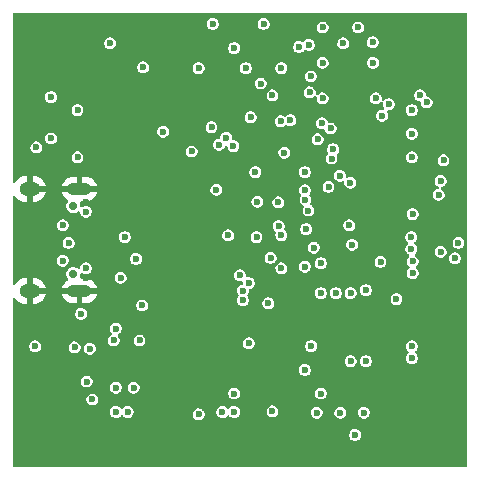
<source format=gbr>
%TF.GenerationSoftware,KiCad,Pcbnew,9.0.6*%
%TF.CreationDate,2025-12-27T02:42:00+01:00*%
%TF.ProjectId,hardware,68617264-7761-4726-952e-6b696361645f,rev?*%
%TF.SameCoordinates,Original*%
%TF.FileFunction,Copper,L3,Inr*%
%TF.FilePolarity,Positive*%
%FSLAX46Y46*%
G04 Gerber Fmt 4.6, Leading zero omitted, Abs format (unit mm)*
G04 Created by KiCad (PCBNEW 9.0.6) date 2025-12-27 02:42:00*
%MOMM*%
%LPD*%
G01*
G04 APERTURE LIST*
%TA.AperFunction,ComponentPad*%
%ADD10C,0.700000*%
%TD*%
%TA.AperFunction,ComponentPad*%
%ADD11O,2.000000X1.100000*%
%TD*%
%TA.AperFunction,ComponentPad*%
%ADD12O,1.800000X1.200000*%
%TD*%
%TA.AperFunction,ViaPad*%
%ADD13C,0.600000*%
%TD*%
%TA.AperFunction,ViaPad*%
%ADD14C,5.000000*%
%TD*%
%TA.AperFunction,Conductor*%
%ADD15C,0.200000*%
%TD*%
G04 APERTURE END LIST*
D10*
%TO.N,*%
%TO.C,USB1*%
X138882500Y-105110000D03*
X138882500Y-110890000D03*
D11*
%TO.N,GND*%
X139412500Y-103680000D03*
D12*
X135202500Y-103680000D03*
D11*
X139412500Y-112320000D03*
D12*
X135202500Y-112320000D03*
%TD*%
D13*
%TO.N,GND*%
X171500000Y-104500000D03*
X139500000Y-98750000D03*
X136087500Y-106750000D03*
D14*
X137750000Y-92750000D03*
D13*
X162500000Y-122620000D03*
D14*
X137750000Y-123250000D03*
D13*
X142500000Y-118500000D03*
X148200000Y-126440000D03*
X163000000Y-93000000D03*
X153500000Y-122560000D03*
X144500000Y-122560000D03*
X143800000Y-93380000D03*
D14*
X168250000Y-92750000D03*
D13*
X161750000Y-115250000D03*
X171440000Y-95700000D03*
X171440000Y-102300000D03*
X155700000Y-118680000D03*
X148870000Y-113270000D03*
X145800000Y-126440000D03*
X164800000Y-126500000D03*
X167620000Y-106800000D03*
X136087500Y-109750000D03*
X161500000Y-96000000D03*
X155500000Y-93440000D03*
X158200000Y-126500000D03*
X148200000Y-89560000D03*
X148870000Y-113270000D03*
X156400000Y-102700000D03*
X140980000Y-114280000D03*
X139962500Y-111200000D03*
X159990000Y-120201000D03*
X171440000Y-114700000D03*
D14*
X168250000Y-123250000D03*
D13*
X141200000Y-126440000D03*
X135750000Y-114500000D03*
X150500000Y-122560000D03*
X161500000Y-93000000D03*
X146100000Y-89500000D03*
X157300000Y-119820000D03*
X171500000Y-112100000D03*
X139962500Y-104800000D03*
X141500000Y-89500000D03*
X171440000Y-120300000D03*
X142362500Y-96750000D03*
X167560000Y-119000000D03*
X144000000Y-118500000D03*
X167560000Y-100000000D03*
X155800000Y-126440000D03*
X156217502Y-90493511D03*
%TO.N,5V*%
X160000000Y-96000000D03*
X148910000Y-100500000D03*
X139962500Y-105600000D03*
X159850000Y-121000000D03*
X143500000Y-122560000D03*
X167560000Y-118000000D03*
X139962500Y-110400000D03*
X153750000Y-116750000D03*
X167620000Y-105800000D03*
X144000000Y-120500000D03*
X144800000Y-93380000D03*
%TO.N,3V3-IMU*%
X152500000Y-121000000D03*
X158500002Y-103796997D03*
%TO.N,3V3-MCU*%
X158500000Y-119000000D03*
X171204293Y-109544293D03*
X163660000Y-112240000D03*
X159583220Y-99475569D03*
X162380000Y-112490000D03*
X152450735Y-100049265D03*
X166250000Y-113000000D03*
X152000000Y-107599000D03*
%TO.N,3V3*%
X155750000Y-122500000D03*
X164270000Y-93000000D03*
X135750000Y-100150000D03*
%TO.N,/AT32/VBATADC*%
X162350167Y-103149832D03*
X158000001Y-91651471D03*
%TO.N,Net-(U52-VCC)*%
X140016163Y-119984074D03*
%TO.N,Net-(D2-A)*%
X135650000Y-117000000D03*
X140500000Y-121500000D03*
X162750000Y-124500000D03*
%TO.N,Net-(C29-Pad1)*%
X142500000Y-115500000D03*
%TO.N,Net-(U10-VOUT)*%
X144500000Y-116500000D03*
%TO.N,Net-(U10-VIN)*%
X137000000Y-99400000D03*
X144716000Y-113540000D03*
X144200000Y-109600000D03*
X142000000Y-91350000D03*
%TO.N,VBAT*%
X150595740Y-98445740D03*
X167560000Y-101000000D03*
X146500000Y-98830000D03*
X142900000Y-111200000D03*
X139550000Y-114250000D03*
X156500000Y-93440000D03*
X142300000Y-116500000D03*
%TO.N,Net-(U52-SW)*%
X140287737Y-117206103D03*
%TO.N,Net-(USB1-CC2)*%
X138000000Y-109750000D03*
%TO.N,Net-(USB1-CC1)*%
X138000000Y-106750000D03*
%TO.N,Net-(U8-NRST)*%
X160500000Y-103500000D03*
%TO.N,Net-(U8-PB2)*%
X155600000Y-109515627D03*
%TO.N,Net-(U8-PC13)*%
X160885927Y-100311630D03*
%TO.N,Net-(U8-PC14)*%
X160750000Y-101100000D03*
%TO.N,CUR*%
X158543592Y-104595809D03*
X153500000Y-93440000D03*
%TO.N,Net-(U52-PG)*%
X138999007Y-117081970D03*
%TO.N,Net-(U4-Output)*%
X161450735Y-102549265D03*
%TO.N,Net-(U4-Input)*%
X158500002Y-102250000D03*
%TO.N,UART3_TX*%
X159024000Y-116976000D03*
X155399000Y-113351000D03*
X159500000Y-122620000D03*
%TO.N,VTX*%
X161500000Y-122620000D03*
%TO.N,UART3_RX*%
X154475982Y-104763717D03*
%TO.N,9V*%
X149500000Y-122750000D03*
X142500000Y-120500000D03*
X139250000Y-101000000D03*
X163500000Y-122620000D03*
X160000000Y-93000000D03*
%TO.N,BB-*%
X142500000Y-122560000D03*
%TO.N,UART2_TX*%
X162250000Y-106750000D03*
%TO.N,UART2_RX*%
X156273611Y-106818366D03*
X167560000Y-117000000D03*
X170000000Y-109000000D03*
X169825000Y-104175000D03*
%TO.N,Net-(U7-SW)*%
X139250000Y-97000000D03*
%TO.N,PWM4*%
X156250000Y-104800002D03*
%TO.N,PWM1*%
X156450735Y-97950735D03*
X149500000Y-93440000D03*
X152500000Y-91750000D03*
%TO.N,PWM3*%
X158800002Y-105500000D03*
%TO.N,PWM2*%
X157250000Y-97850000D03*
%TO.N,UART1_RX*%
X152500000Y-122560000D03*
%TO.N,SDA*%
X168801473Y-96350000D03*
X170239000Y-101250000D03*
X164900000Y-109850000D03*
X154400000Y-107750000D03*
X167620000Y-109800000D03*
X159850000Y-109958585D03*
X165600000Y-96500000D03*
X161740078Y-91349000D03*
%TO.N,SCL*%
X160000000Y-90000000D03*
X151832815Y-99332815D03*
X170000000Y-103000000D03*
X167620000Y-110800000D03*
X155000000Y-89701000D03*
X168250000Y-95750000D03*
%TO.N,UART1_TX*%
X151500000Y-122560000D03*
%TO.N,UART7_TX*%
X167500000Y-108750000D03*
%TO.N,SBUS*%
X163000000Y-90000000D03*
X171500000Y-108250000D03*
%TO.N,UART7_RX*%
X158900000Y-95500000D03*
X167500000Y-107750000D03*
%TO.N,BOOT*%
X137000000Y-95900000D03*
X167560000Y-97000000D03*
X155750000Y-95750000D03*
X156750000Y-100599998D03*
%TO.N,UART5_RX*%
X165031587Y-97468413D03*
X167560000Y-99000000D03*
X159940868Y-98121722D03*
%TO.N,UART5_TX*%
X160681397Y-98539000D03*
%TO.N,SPI2_CS*%
X153250000Y-113090003D03*
%TO.N,SP1_SCK*%
X158500000Y-110251000D03*
X156500000Y-110390000D03*
%TO.N,SP1_CS*%
X156501000Y-107585372D03*
X158600000Y-107082207D03*
%TO.N,GYRO_EXTI*%
X159250000Y-108650000D03*
X154298064Y-102243981D03*
%TO.N,D+*%
X138500000Y-108250000D03*
%TO.N,D-*%
X143250000Y-107750000D03*
%TO.N,SWDCLK*%
X153902000Y-97600000D03*
X154750000Y-94750000D03*
X164500000Y-96000000D03*
%TO.N,SPI2_MISO*%
X162380000Y-118260000D03*
X153000000Y-110990000D03*
%TO.N,SWDIO*%
X151232815Y-99932812D03*
X164250000Y-91250000D03*
X150700472Y-89701000D03*
%TO.N,BOX_CS*%
X163660000Y-118260000D03*
X162500000Y-108400000D03*
%TO.N,SPI2_MOSI*%
X153250000Y-112290000D03*
X159850000Y-112490000D03*
%TO.N,LED*%
X159000000Y-94150000D03*
X151000000Y-103750000D03*
X158833182Y-91483201D03*
%TO.N,SPI2_SCK*%
X161120000Y-112490000D03*
X153750000Y-111640000D03*
%TD*%
D15*
%TO.N,GND*%
X168250000Y-92750000D02*
X169750000Y-92750000D01*
%TD*%
%TA.AperFunction,Conductor*%
%TO.N,GND*%
G36*
X172192539Y-88770185D02*
G01*
X172238294Y-88822989D01*
X172249500Y-88874500D01*
X172249500Y-127125500D01*
X172229815Y-127192539D01*
X172177011Y-127238294D01*
X172125500Y-127249500D01*
X133874500Y-127249500D01*
X133807461Y-127229815D01*
X133761706Y-127177011D01*
X133750500Y-127125500D01*
X133750500Y-124434108D01*
X162249500Y-124434108D01*
X162249500Y-124565891D01*
X162283608Y-124693187D01*
X162316554Y-124750250D01*
X162349500Y-124807314D01*
X162442686Y-124900500D01*
X162556814Y-124966392D01*
X162684108Y-125000500D01*
X162684110Y-125000500D01*
X162815890Y-125000500D01*
X162815892Y-125000500D01*
X162943186Y-124966392D01*
X163057314Y-124900500D01*
X163150500Y-124807314D01*
X163216392Y-124693186D01*
X163250500Y-124565892D01*
X163250500Y-124434108D01*
X163216392Y-124306814D01*
X163150500Y-124192686D01*
X163057314Y-124099500D01*
X163000250Y-124066554D01*
X162943187Y-124033608D01*
X162879539Y-124016554D01*
X162815892Y-123999500D01*
X162684108Y-123999500D01*
X162556812Y-124033608D01*
X162442686Y-124099500D01*
X162442683Y-124099502D01*
X162349502Y-124192683D01*
X162349500Y-124192686D01*
X162283608Y-124306812D01*
X162249500Y-124434108D01*
X133750500Y-124434108D01*
X133750500Y-122494108D01*
X141999500Y-122494108D01*
X141999500Y-122625892D01*
X142000000Y-122627758D01*
X142033608Y-122753187D01*
X142064858Y-122807313D01*
X142099500Y-122867314D01*
X142192686Y-122960500D01*
X142261968Y-123000500D01*
X142296603Y-123020497D01*
X142306814Y-123026392D01*
X142434108Y-123060500D01*
X142434110Y-123060500D01*
X142565890Y-123060500D01*
X142565892Y-123060500D01*
X142693186Y-123026392D01*
X142807314Y-122960500D01*
X142900500Y-122867314D01*
X142900504Y-122867306D01*
X142901625Y-122865847D01*
X142902892Y-122864921D01*
X142906247Y-122861567D01*
X142906770Y-122862090D01*
X142958053Y-122824645D01*
X143027799Y-122820491D01*
X143088719Y-122854704D01*
X143098375Y-122865847D01*
X143099498Y-122867311D01*
X143099500Y-122867314D01*
X143192686Y-122960500D01*
X143261968Y-123000500D01*
X143296603Y-123020497D01*
X143306814Y-123026392D01*
X143434108Y-123060500D01*
X143434110Y-123060500D01*
X143565890Y-123060500D01*
X143565892Y-123060500D01*
X143693186Y-123026392D01*
X143807314Y-122960500D01*
X143900500Y-122867314D01*
X143966392Y-122753186D01*
X143984901Y-122684108D01*
X148999500Y-122684108D01*
X148999500Y-122815892D01*
X149011879Y-122862090D01*
X149033608Y-122943187D01*
X149043604Y-122960500D01*
X149099500Y-123057314D01*
X149192686Y-123150500D01*
X149306814Y-123216392D01*
X149434108Y-123250500D01*
X149434110Y-123250500D01*
X149565890Y-123250500D01*
X149565892Y-123250500D01*
X149693186Y-123216392D01*
X149807314Y-123150500D01*
X149900500Y-123057314D01*
X149966392Y-122943186D01*
X150000500Y-122815892D01*
X150000500Y-122684108D01*
X149966392Y-122556814D01*
X149930189Y-122494108D01*
X150999500Y-122494108D01*
X150999500Y-122625892D01*
X151000000Y-122627758D01*
X151033608Y-122753187D01*
X151064858Y-122807313D01*
X151099500Y-122867314D01*
X151192686Y-122960500D01*
X151261968Y-123000500D01*
X151296603Y-123020497D01*
X151306814Y-123026392D01*
X151434108Y-123060500D01*
X151434110Y-123060500D01*
X151565890Y-123060500D01*
X151565892Y-123060500D01*
X151693186Y-123026392D01*
X151807314Y-122960500D01*
X151900500Y-122867314D01*
X151900504Y-122867306D01*
X151901625Y-122865847D01*
X151902892Y-122864921D01*
X151906247Y-122861567D01*
X151906770Y-122862090D01*
X151958053Y-122824645D01*
X152027799Y-122820491D01*
X152088719Y-122854704D01*
X152098375Y-122865847D01*
X152099498Y-122867311D01*
X152099500Y-122867314D01*
X152192686Y-122960500D01*
X152261968Y-123000500D01*
X152296603Y-123020497D01*
X152306814Y-123026392D01*
X152434108Y-123060500D01*
X152434110Y-123060500D01*
X152565890Y-123060500D01*
X152565892Y-123060500D01*
X152693186Y-123026392D01*
X152807314Y-122960500D01*
X152900500Y-122867314D01*
X152966392Y-122753186D01*
X153000500Y-122625892D01*
X153000500Y-122494108D01*
X152984423Y-122434108D01*
X155249500Y-122434108D01*
X155249500Y-122565891D01*
X155283608Y-122693187D01*
X155316554Y-122750250D01*
X155349500Y-122807314D01*
X155442686Y-122900500D01*
X155516622Y-122943187D01*
X155546603Y-122960497D01*
X155556814Y-122966392D01*
X155684108Y-123000500D01*
X155684110Y-123000500D01*
X155815890Y-123000500D01*
X155815892Y-123000500D01*
X155943186Y-122966392D01*
X156057314Y-122900500D01*
X156150500Y-122807314D01*
X156216392Y-122693186D01*
X156250500Y-122565892D01*
X156250500Y-122554108D01*
X158999500Y-122554108D01*
X158999500Y-122685892D01*
X159001455Y-122693187D01*
X159033608Y-122813187D01*
X159057578Y-122854704D01*
X159099500Y-122927314D01*
X159192686Y-123020500D01*
X159306814Y-123086392D01*
X159434108Y-123120500D01*
X159434110Y-123120500D01*
X159565890Y-123120500D01*
X159565892Y-123120500D01*
X159693186Y-123086392D01*
X159807314Y-123020500D01*
X159900500Y-122927314D01*
X159966392Y-122813186D01*
X160000500Y-122685892D01*
X160000500Y-122554108D01*
X160999500Y-122554108D01*
X160999500Y-122685892D01*
X161001455Y-122693187D01*
X161033608Y-122813187D01*
X161057578Y-122854704D01*
X161099500Y-122927314D01*
X161192686Y-123020500D01*
X161306814Y-123086392D01*
X161434108Y-123120500D01*
X161434110Y-123120500D01*
X161565890Y-123120500D01*
X161565892Y-123120500D01*
X161693186Y-123086392D01*
X161807314Y-123020500D01*
X161900500Y-122927314D01*
X161966392Y-122813186D01*
X162000500Y-122685892D01*
X162000500Y-122554108D01*
X162999500Y-122554108D01*
X162999500Y-122685892D01*
X163001455Y-122693187D01*
X163033608Y-122813187D01*
X163057578Y-122854704D01*
X163099500Y-122927314D01*
X163192686Y-123020500D01*
X163306814Y-123086392D01*
X163434108Y-123120500D01*
X163434110Y-123120500D01*
X163565890Y-123120500D01*
X163565892Y-123120500D01*
X163693186Y-123086392D01*
X163807314Y-123020500D01*
X163900500Y-122927314D01*
X163966392Y-122813186D01*
X164000500Y-122685892D01*
X164000500Y-122554108D01*
X163966392Y-122426814D01*
X163900500Y-122312686D01*
X163807314Y-122219500D01*
X163750250Y-122186554D01*
X163693187Y-122153608D01*
X163629539Y-122136554D01*
X163565892Y-122119500D01*
X163434108Y-122119500D01*
X163306812Y-122153608D01*
X163192686Y-122219500D01*
X163192683Y-122219502D01*
X163099502Y-122312683D01*
X163099500Y-122312686D01*
X163033608Y-122426812D01*
X163016077Y-122492241D01*
X162999500Y-122554108D01*
X162000500Y-122554108D01*
X161966392Y-122426814D01*
X161900500Y-122312686D01*
X161807314Y-122219500D01*
X161750250Y-122186554D01*
X161693187Y-122153608D01*
X161629539Y-122136554D01*
X161565892Y-122119500D01*
X161434108Y-122119500D01*
X161306812Y-122153608D01*
X161192686Y-122219500D01*
X161192683Y-122219502D01*
X161099502Y-122312683D01*
X161099500Y-122312686D01*
X161033608Y-122426812D01*
X161016077Y-122492241D01*
X160999500Y-122554108D01*
X160000500Y-122554108D01*
X159966392Y-122426814D01*
X159900500Y-122312686D01*
X159807314Y-122219500D01*
X159750250Y-122186554D01*
X159693187Y-122153608D01*
X159629539Y-122136554D01*
X159565892Y-122119500D01*
X159434108Y-122119500D01*
X159306812Y-122153608D01*
X159192686Y-122219500D01*
X159192683Y-122219502D01*
X159099502Y-122312683D01*
X159099500Y-122312686D01*
X159033608Y-122426812D01*
X159016077Y-122492241D01*
X158999500Y-122554108D01*
X156250500Y-122554108D01*
X156250500Y-122434108D01*
X156216392Y-122306814D01*
X156150500Y-122192686D01*
X156057314Y-122099500D01*
X155988032Y-122059500D01*
X155943187Y-122033608D01*
X155879539Y-122016554D01*
X155815892Y-121999500D01*
X155684108Y-121999500D01*
X155556812Y-122033608D01*
X155442686Y-122099500D01*
X155442683Y-122099502D01*
X155349502Y-122192683D01*
X155349500Y-122192686D01*
X155283608Y-122306812D01*
X155249500Y-122434108D01*
X152984423Y-122434108D01*
X152966392Y-122366814D01*
X152900500Y-122252686D01*
X152807314Y-122159500D01*
X152738032Y-122119500D01*
X152693187Y-122093608D01*
X152629539Y-122076554D01*
X152565892Y-122059500D01*
X152434108Y-122059500D01*
X152306812Y-122093608D01*
X152192686Y-122159500D01*
X152192683Y-122159502D01*
X152099498Y-122252687D01*
X152098370Y-122254158D01*
X152097102Y-122255083D01*
X152093753Y-122258433D01*
X152093230Y-122257910D01*
X152041940Y-122295356D01*
X151972193Y-122299506D01*
X151911275Y-122265289D01*
X151901630Y-122254158D01*
X151900501Y-122252687D01*
X151807316Y-122159502D01*
X151807314Y-122159500D01*
X151738032Y-122119500D01*
X151693187Y-122093608D01*
X151629539Y-122076554D01*
X151565892Y-122059500D01*
X151434108Y-122059500D01*
X151306812Y-122093608D01*
X151192686Y-122159500D01*
X151192683Y-122159502D01*
X151099502Y-122252683D01*
X151099500Y-122252686D01*
X151033608Y-122366812D01*
X151017531Y-122426814D01*
X150999500Y-122494108D01*
X149930189Y-122494108D01*
X149900500Y-122442686D01*
X149807314Y-122349500D01*
X149750250Y-122316554D01*
X149693187Y-122283608D01*
X149624818Y-122265289D01*
X149565892Y-122249500D01*
X149434108Y-122249500D01*
X149306812Y-122283608D01*
X149192686Y-122349500D01*
X149192683Y-122349502D01*
X149099502Y-122442683D01*
X149099500Y-122442686D01*
X149033608Y-122556812D01*
X149010277Y-122643887D01*
X148999500Y-122684108D01*
X143984901Y-122684108D01*
X144000500Y-122625892D01*
X144000500Y-122494108D01*
X143966392Y-122366814D01*
X143900500Y-122252686D01*
X143807314Y-122159500D01*
X143738032Y-122119500D01*
X143693187Y-122093608D01*
X143629539Y-122076554D01*
X143565892Y-122059500D01*
X143434108Y-122059500D01*
X143306812Y-122093608D01*
X143192686Y-122159500D01*
X143192683Y-122159502D01*
X143099498Y-122252687D01*
X143098370Y-122254158D01*
X143097102Y-122255083D01*
X143093753Y-122258433D01*
X143093230Y-122257910D01*
X143041940Y-122295356D01*
X142972193Y-122299506D01*
X142911275Y-122265289D01*
X142901630Y-122254158D01*
X142900501Y-122252687D01*
X142807316Y-122159502D01*
X142807314Y-122159500D01*
X142738032Y-122119500D01*
X142693187Y-122093608D01*
X142629539Y-122076554D01*
X142565892Y-122059500D01*
X142434108Y-122059500D01*
X142306812Y-122093608D01*
X142192686Y-122159500D01*
X142192683Y-122159502D01*
X142099502Y-122252683D01*
X142099500Y-122252686D01*
X142033608Y-122366812D01*
X142017531Y-122426814D01*
X141999500Y-122494108D01*
X133750500Y-122494108D01*
X133750500Y-121434108D01*
X139999500Y-121434108D01*
X139999500Y-121565891D01*
X140033608Y-121693187D01*
X140066554Y-121750250D01*
X140099500Y-121807314D01*
X140192686Y-121900500D01*
X140306814Y-121966392D01*
X140434108Y-122000500D01*
X140434110Y-122000500D01*
X140565890Y-122000500D01*
X140565892Y-122000500D01*
X140693186Y-121966392D01*
X140807314Y-121900500D01*
X140900500Y-121807314D01*
X140966392Y-121693186D01*
X141000500Y-121565892D01*
X141000500Y-121434108D01*
X140966392Y-121306814D01*
X140900500Y-121192686D01*
X140807314Y-121099500D01*
X140749100Y-121065890D01*
X140693187Y-121033608D01*
X140629539Y-121016554D01*
X140565892Y-120999500D01*
X140434108Y-120999500D01*
X140306812Y-121033608D01*
X140192686Y-121099500D01*
X140192683Y-121099502D01*
X140099502Y-121192683D01*
X140099500Y-121192686D01*
X140033608Y-121306812D01*
X139999500Y-121434108D01*
X133750500Y-121434108D01*
X133750500Y-119918182D01*
X139515663Y-119918182D01*
X139515663Y-120049966D01*
X139528936Y-120099502D01*
X139549771Y-120177261D01*
X139558675Y-120192683D01*
X139615663Y-120291388D01*
X139708849Y-120384574D01*
X139822977Y-120450466D01*
X139950271Y-120484574D01*
X139950273Y-120484574D01*
X140082053Y-120484574D01*
X140082055Y-120484574D01*
X140209349Y-120450466D01*
X140237682Y-120434108D01*
X141999500Y-120434108D01*
X141999500Y-120565891D01*
X142033608Y-120693187D01*
X142066554Y-120750250D01*
X142099500Y-120807314D01*
X142192686Y-120900500D01*
X142306814Y-120966392D01*
X142434108Y-121000500D01*
X142434110Y-121000500D01*
X142565890Y-121000500D01*
X142565892Y-121000500D01*
X142693186Y-120966392D01*
X142807314Y-120900500D01*
X142900500Y-120807314D01*
X142966392Y-120693186D01*
X143000500Y-120565892D01*
X143000500Y-120434108D01*
X143499500Y-120434108D01*
X143499500Y-120565891D01*
X143533608Y-120693187D01*
X143566554Y-120750250D01*
X143599500Y-120807314D01*
X143692686Y-120900500D01*
X143806814Y-120966392D01*
X143934108Y-121000500D01*
X143934110Y-121000500D01*
X144065890Y-121000500D01*
X144065892Y-121000500D01*
X144193186Y-120966392D01*
X144249103Y-120934108D01*
X151999500Y-120934108D01*
X151999500Y-121065891D01*
X152033608Y-121193187D01*
X152066554Y-121250250D01*
X152099500Y-121307314D01*
X152192686Y-121400500D01*
X152306814Y-121466392D01*
X152434108Y-121500500D01*
X152434110Y-121500500D01*
X152565890Y-121500500D01*
X152565892Y-121500500D01*
X152693186Y-121466392D01*
X152807314Y-121400500D01*
X152900500Y-121307314D01*
X152966392Y-121193186D01*
X153000500Y-121065892D01*
X153000500Y-120934108D01*
X159349500Y-120934108D01*
X159349500Y-121065891D01*
X159383608Y-121193187D01*
X159416554Y-121250250D01*
X159449500Y-121307314D01*
X159542686Y-121400500D01*
X159656814Y-121466392D01*
X159784108Y-121500500D01*
X159784110Y-121500500D01*
X159915890Y-121500500D01*
X159915892Y-121500500D01*
X160043186Y-121466392D01*
X160157314Y-121400500D01*
X160250500Y-121307314D01*
X160316392Y-121193186D01*
X160350500Y-121065892D01*
X160350500Y-120934108D01*
X160316392Y-120806814D01*
X160250500Y-120692686D01*
X160157314Y-120599500D01*
X160099100Y-120565890D01*
X160043187Y-120533608D01*
X159979539Y-120516554D01*
X159915892Y-120499500D01*
X159784108Y-120499500D01*
X159656812Y-120533608D01*
X159542686Y-120599500D01*
X159542683Y-120599502D01*
X159449502Y-120692683D01*
X159449500Y-120692686D01*
X159383608Y-120806812D01*
X159349500Y-120934108D01*
X153000500Y-120934108D01*
X152966392Y-120806814D01*
X152900500Y-120692686D01*
X152807314Y-120599500D01*
X152749100Y-120565890D01*
X152693187Y-120533608D01*
X152629539Y-120516554D01*
X152565892Y-120499500D01*
X152434108Y-120499500D01*
X152306812Y-120533608D01*
X152192686Y-120599500D01*
X152192683Y-120599502D01*
X152099502Y-120692683D01*
X152099500Y-120692686D01*
X152033608Y-120806812D01*
X151999500Y-120934108D01*
X144249103Y-120934108D01*
X144307314Y-120900500D01*
X144400500Y-120807314D01*
X144466392Y-120693186D01*
X144500500Y-120565892D01*
X144500500Y-120434108D01*
X144466392Y-120306814D01*
X144400500Y-120192686D01*
X144307314Y-120099500D01*
X144221519Y-120049966D01*
X144193187Y-120033608D01*
X144129539Y-120016554D01*
X144065892Y-119999500D01*
X143934108Y-119999500D01*
X143806812Y-120033608D01*
X143692686Y-120099500D01*
X143692683Y-120099502D01*
X143599502Y-120192683D01*
X143599500Y-120192686D01*
X143533608Y-120306812D01*
X143499500Y-120434108D01*
X143000500Y-120434108D01*
X142966392Y-120306814D01*
X142900500Y-120192686D01*
X142807314Y-120099500D01*
X142721519Y-120049966D01*
X142693187Y-120033608D01*
X142629539Y-120016554D01*
X142565892Y-119999500D01*
X142434108Y-119999500D01*
X142306812Y-120033608D01*
X142192686Y-120099500D01*
X142192683Y-120099502D01*
X142099502Y-120192683D01*
X142099500Y-120192686D01*
X142033608Y-120306812D01*
X141999500Y-120434108D01*
X140237682Y-120434108D01*
X140323477Y-120384574D01*
X140416663Y-120291388D01*
X140482555Y-120177260D01*
X140516663Y-120049966D01*
X140516663Y-119918182D01*
X140482555Y-119790888D01*
X140416663Y-119676760D01*
X140323477Y-119583574D01*
X140266413Y-119550628D01*
X140209350Y-119517682D01*
X140145221Y-119500499D01*
X140082055Y-119483574D01*
X139950271Y-119483574D01*
X139822975Y-119517682D01*
X139708849Y-119583574D01*
X139708846Y-119583576D01*
X139615665Y-119676757D01*
X139615663Y-119676760D01*
X139549771Y-119790886D01*
X139515663Y-119918182D01*
X133750500Y-119918182D01*
X133750500Y-118934108D01*
X157999500Y-118934108D01*
X157999500Y-119065891D01*
X158033608Y-119193187D01*
X158066554Y-119250250D01*
X158099500Y-119307314D01*
X158192686Y-119400500D01*
X158306814Y-119466392D01*
X158434108Y-119500500D01*
X158434110Y-119500500D01*
X158565890Y-119500500D01*
X158565892Y-119500500D01*
X158693186Y-119466392D01*
X158807314Y-119400500D01*
X158900500Y-119307314D01*
X158966392Y-119193186D01*
X159000500Y-119065892D01*
X159000500Y-118934108D01*
X158966392Y-118806814D01*
X158900500Y-118692686D01*
X158807314Y-118599500D01*
X158750250Y-118566554D01*
X158693187Y-118533608D01*
X158629539Y-118516554D01*
X158565892Y-118499500D01*
X158434108Y-118499500D01*
X158306812Y-118533608D01*
X158192686Y-118599500D01*
X158192683Y-118599502D01*
X158099502Y-118692683D01*
X158099500Y-118692686D01*
X158033608Y-118806812D01*
X157999500Y-118934108D01*
X133750500Y-118934108D01*
X133750500Y-118194108D01*
X161879500Y-118194108D01*
X161879500Y-118325891D01*
X161913608Y-118453187D01*
X161940347Y-118499500D01*
X161979500Y-118567314D01*
X162072686Y-118660500D01*
X162186814Y-118726392D01*
X162314108Y-118760500D01*
X162314110Y-118760500D01*
X162445890Y-118760500D01*
X162445892Y-118760500D01*
X162573186Y-118726392D01*
X162687314Y-118660500D01*
X162780500Y-118567314D01*
X162846392Y-118453186D01*
X162880500Y-118325892D01*
X162880500Y-118194108D01*
X163159500Y-118194108D01*
X163159500Y-118325891D01*
X163193608Y-118453187D01*
X163220347Y-118499500D01*
X163259500Y-118567314D01*
X163352686Y-118660500D01*
X163466814Y-118726392D01*
X163594108Y-118760500D01*
X163594110Y-118760500D01*
X163725890Y-118760500D01*
X163725892Y-118760500D01*
X163853186Y-118726392D01*
X163967314Y-118660500D01*
X164060500Y-118567314D01*
X164126392Y-118453186D01*
X164160500Y-118325892D01*
X164160500Y-118194108D01*
X164126392Y-118066814D01*
X164060500Y-117952686D01*
X163967314Y-117859500D01*
X163910250Y-117826554D01*
X163853187Y-117793608D01*
X163789539Y-117776554D01*
X163725892Y-117759500D01*
X163594108Y-117759500D01*
X163466812Y-117793608D01*
X163352686Y-117859500D01*
X163352683Y-117859502D01*
X163259502Y-117952683D01*
X163259500Y-117952686D01*
X163193608Y-118066812D01*
X163159500Y-118194108D01*
X162880500Y-118194108D01*
X162846392Y-118066814D01*
X162780500Y-117952686D01*
X162687314Y-117859500D01*
X162630250Y-117826554D01*
X162573187Y-117793608D01*
X162509539Y-117776554D01*
X162445892Y-117759500D01*
X162314108Y-117759500D01*
X162186812Y-117793608D01*
X162072686Y-117859500D01*
X162072683Y-117859502D01*
X161979502Y-117952683D01*
X161979500Y-117952686D01*
X161913608Y-118066812D01*
X161879500Y-118194108D01*
X133750500Y-118194108D01*
X133750500Y-116934108D01*
X135149500Y-116934108D01*
X135149500Y-117065891D01*
X135183608Y-117193187D01*
X135197005Y-117216391D01*
X135249500Y-117307314D01*
X135342686Y-117400500D01*
X135456814Y-117466392D01*
X135584108Y-117500500D01*
X135584110Y-117500500D01*
X135715890Y-117500500D01*
X135715892Y-117500500D01*
X135843186Y-117466392D01*
X135957314Y-117400500D01*
X136050500Y-117307314D01*
X136116392Y-117193186D01*
X136150500Y-117065892D01*
X136150500Y-117016078D01*
X138498507Y-117016078D01*
X138498507Y-117147861D01*
X138532615Y-117275157D01*
X138565561Y-117332220D01*
X138598507Y-117389284D01*
X138691693Y-117482470D01*
X138805821Y-117548362D01*
X138933115Y-117582470D01*
X138933117Y-117582470D01*
X139064897Y-117582470D01*
X139064899Y-117582470D01*
X139192193Y-117548362D01*
X139306321Y-117482470D01*
X139399507Y-117389284D01*
X139465399Y-117275156D01*
X139499507Y-117147862D01*
X139499507Y-117140211D01*
X139787237Y-117140211D01*
X139787237Y-117271995D01*
X139796700Y-117307313D01*
X139821345Y-117399290D01*
X139854291Y-117456353D01*
X139887237Y-117513417D01*
X139980423Y-117606603D01*
X140094551Y-117672495D01*
X140221845Y-117706603D01*
X140221847Y-117706603D01*
X140353627Y-117706603D01*
X140353629Y-117706603D01*
X140480923Y-117672495D01*
X140595051Y-117606603D01*
X140688237Y-117513417D01*
X140754129Y-117399289D01*
X140788237Y-117271995D01*
X140788237Y-117140211D01*
X140754129Y-117012917D01*
X140688237Y-116898789D01*
X140595051Y-116805603D01*
X140537987Y-116772657D01*
X140480924Y-116739711D01*
X140417276Y-116722657D01*
X140353629Y-116705603D01*
X140221845Y-116705603D01*
X140094549Y-116739711D01*
X139980423Y-116805603D01*
X139980420Y-116805605D01*
X139887239Y-116898786D01*
X139887237Y-116898789D01*
X139821345Y-117012915D01*
X139787237Y-117140211D01*
X139499507Y-117140211D01*
X139499507Y-117016078D01*
X139465399Y-116888784D01*
X139399507Y-116774656D01*
X139306321Y-116681470D01*
X139241224Y-116643886D01*
X139192194Y-116615578D01*
X139128546Y-116598524D01*
X139064899Y-116581470D01*
X138933115Y-116581470D01*
X138805819Y-116615578D01*
X138691693Y-116681470D01*
X138691690Y-116681472D01*
X138598509Y-116774653D01*
X138598507Y-116774656D01*
X138532615Y-116888782D01*
X138498507Y-117016078D01*
X136150500Y-117016078D01*
X136150500Y-116934108D01*
X136116392Y-116806814D01*
X136050500Y-116692686D01*
X135957314Y-116599500D01*
X135843186Y-116533608D01*
X135715892Y-116499500D01*
X135584108Y-116499500D01*
X135456812Y-116533608D01*
X135342686Y-116599500D01*
X135342683Y-116599502D01*
X135249502Y-116692683D01*
X135249500Y-116692686D01*
X135183608Y-116806812D01*
X135149500Y-116934108D01*
X133750500Y-116934108D01*
X133750500Y-116434108D01*
X141799500Y-116434108D01*
X141799500Y-116565892D01*
X141802075Y-116575502D01*
X141833608Y-116693187D01*
X141840777Y-116705603D01*
X141899500Y-116807314D01*
X141992686Y-116900500D01*
X142106814Y-116966392D01*
X142234108Y-117000500D01*
X142234110Y-117000500D01*
X142365890Y-117000500D01*
X142365892Y-117000500D01*
X142493186Y-116966392D01*
X142607314Y-116900500D01*
X142700500Y-116807314D01*
X142766392Y-116693186D01*
X142800500Y-116565892D01*
X142800500Y-116434108D01*
X143999500Y-116434108D01*
X143999500Y-116565892D01*
X144002075Y-116575502D01*
X144033608Y-116693187D01*
X144040777Y-116705603D01*
X144099500Y-116807314D01*
X144192686Y-116900500D01*
X144306814Y-116966392D01*
X144434108Y-117000500D01*
X144434110Y-117000500D01*
X144565890Y-117000500D01*
X144565892Y-117000500D01*
X144693186Y-116966392D01*
X144807314Y-116900500D01*
X144900500Y-116807314D01*
X144966392Y-116693186D01*
X144968824Y-116684108D01*
X153249500Y-116684108D01*
X153249500Y-116815891D01*
X153283608Y-116943187D01*
X153297005Y-116966391D01*
X153349500Y-117057314D01*
X153442686Y-117150500D01*
X153556814Y-117216392D01*
X153684108Y-117250500D01*
X153684110Y-117250500D01*
X153815890Y-117250500D01*
X153815892Y-117250500D01*
X153943186Y-117216392D01*
X154057314Y-117150500D01*
X154150500Y-117057314D01*
X154216392Y-116943186D01*
X154225255Y-116910108D01*
X158523500Y-116910108D01*
X158523500Y-117041892D01*
X158529931Y-117065892D01*
X158557608Y-117169187D01*
X158571464Y-117193186D01*
X158623500Y-117283314D01*
X158716686Y-117376500D01*
X158830814Y-117442392D01*
X158958108Y-117476500D01*
X158958110Y-117476500D01*
X159089890Y-117476500D01*
X159089892Y-117476500D01*
X159217186Y-117442392D01*
X159331314Y-117376500D01*
X159424500Y-117283314D01*
X159490392Y-117169186D01*
X159524500Y-117041892D01*
X159524500Y-116934108D01*
X167059500Y-116934108D01*
X167059500Y-117065891D01*
X167093608Y-117193187D01*
X167107005Y-117216391D01*
X167159500Y-117307314D01*
X167159502Y-117307316D01*
X167252687Y-117400501D01*
X167254158Y-117401630D01*
X167255083Y-117402897D01*
X167258433Y-117406247D01*
X167257910Y-117406769D01*
X167295356Y-117458060D01*
X167299506Y-117527807D01*
X167265289Y-117588725D01*
X167254158Y-117598370D01*
X167252687Y-117599498D01*
X167159502Y-117692683D01*
X167159500Y-117692686D01*
X167093608Y-117806812D01*
X167059500Y-117934108D01*
X167059500Y-118065891D01*
X167093608Y-118193187D01*
X167094140Y-118194108D01*
X167159500Y-118307314D01*
X167252686Y-118400500D01*
X167366814Y-118466392D01*
X167494108Y-118500500D01*
X167494110Y-118500500D01*
X167625890Y-118500500D01*
X167625892Y-118500500D01*
X167753186Y-118466392D01*
X167867314Y-118400500D01*
X167960500Y-118307314D01*
X168026392Y-118193186D01*
X168060500Y-118065892D01*
X168060500Y-117934108D01*
X168026392Y-117806814D01*
X168018767Y-117793608D01*
X167999075Y-117759500D01*
X167960500Y-117692686D01*
X167867314Y-117599500D01*
X167867311Y-117599498D01*
X167865847Y-117598375D01*
X167864921Y-117597107D01*
X167861567Y-117593753D01*
X167862090Y-117593229D01*
X167824645Y-117541947D01*
X167820491Y-117472201D01*
X167854704Y-117411281D01*
X167865847Y-117401625D01*
X167867306Y-117400504D01*
X167867314Y-117400500D01*
X167960500Y-117307314D01*
X168026392Y-117193186D01*
X168060500Y-117065892D01*
X168060500Y-116934108D01*
X168026392Y-116806814D01*
X167960500Y-116692686D01*
X167867314Y-116599500D01*
X167793380Y-116556814D01*
X167753187Y-116533608D01*
X167663616Y-116509608D01*
X167625892Y-116499500D01*
X167494108Y-116499500D01*
X167366812Y-116533608D01*
X167252686Y-116599500D01*
X167252683Y-116599502D01*
X167159502Y-116692683D01*
X167159500Y-116692686D01*
X167093608Y-116806812D01*
X167059500Y-116934108D01*
X159524500Y-116934108D01*
X159524500Y-116910108D01*
X159490392Y-116782814D01*
X159424500Y-116668686D01*
X159331314Y-116575500D01*
X159258755Y-116533608D01*
X159217187Y-116509608D01*
X159153539Y-116492554D01*
X159089892Y-116475500D01*
X158958108Y-116475500D01*
X158830812Y-116509608D01*
X158716686Y-116575500D01*
X158716683Y-116575502D01*
X158623502Y-116668683D01*
X158623500Y-116668686D01*
X158557608Y-116782812D01*
X158534277Y-116869886D01*
X158523500Y-116910108D01*
X154225255Y-116910108D01*
X154250500Y-116815892D01*
X154250500Y-116684108D01*
X154216392Y-116556814D01*
X154150500Y-116442686D01*
X154057314Y-116349500D01*
X153983380Y-116306814D01*
X153943187Y-116283608D01*
X153879539Y-116266554D01*
X153815892Y-116249500D01*
X153684108Y-116249500D01*
X153556812Y-116283608D01*
X153442686Y-116349500D01*
X153442683Y-116349502D01*
X153349502Y-116442683D01*
X153349500Y-116442686D01*
X153283608Y-116556812D01*
X153249500Y-116684108D01*
X144968824Y-116684108D01*
X145000500Y-116565892D01*
X145000500Y-116434108D01*
X144966392Y-116306814D01*
X144900500Y-116192686D01*
X144807314Y-116099500D01*
X144750250Y-116066554D01*
X144693187Y-116033608D01*
X144629539Y-116016554D01*
X144565892Y-115999500D01*
X144434108Y-115999500D01*
X144306812Y-116033608D01*
X144192686Y-116099500D01*
X144192683Y-116099502D01*
X144099502Y-116192683D01*
X144099500Y-116192686D01*
X144033608Y-116306812D01*
X144022170Y-116349500D01*
X143999500Y-116434108D01*
X142800500Y-116434108D01*
X142766392Y-116306814D01*
X142700500Y-116192686D01*
X142668626Y-116160812D01*
X142635141Y-116099489D01*
X142640125Y-116029797D01*
X142681997Y-115973864D01*
X142694297Y-115965750D01*
X142807314Y-115900500D01*
X142900500Y-115807314D01*
X142966392Y-115693186D01*
X143000500Y-115565892D01*
X143000500Y-115434108D01*
X142966392Y-115306814D01*
X142900500Y-115192686D01*
X142807314Y-115099500D01*
X142750250Y-115066554D01*
X142693187Y-115033608D01*
X142629539Y-115016554D01*
X142565892Y-114999500D01*
X142434108Y-114999500D01*
X142306812Y-115033608D01*
X142192686Y-115099500D01*
X142192683Y-115099502D01*
X142099502Y-115192683D01*
X142099500Y-115192686D01*
X142033608Y-115306812D01*
X141999500Y-115434108D01*
X141999500Y-115565891D01*
X142033608Y-115693187D01*
X142066554Y-115750250D01*
X142099500Y-115807314D01*
X142099502Y-115807316D01*
X142131373Y-115839187D01*
X142164858Y-115900510D01*
X142159874Y-115970202D01*
X142118002Y-116026135D01*
X142105693Y-116034255D01*
X141992686Y-116099500D01*
X141992683Y-116099502D01*
X141899502Y-116192683D01*
X141899500Y-116192686D01*
X141833608Y-116306812D01*
X141822170Y-116349500D01*
X141799500Y-116434108D01*
X133750500Y-116434108D01*
X133750500Y-114184108D01*
X139049500Y-114184108D01*
X139049500Y-114315891D01*
X139083608Y-114443187D01*
X139116554Y-114500250D01*
X139149500Y-114557314D01*
X139242686Y-114650500D01*
X139356814Y-114716392D01*
X139484108Y-114750500D01*
X139484110Y-114750500D01*
X139615890Y-114750500D01*
X139615892Y-114750500D01*
X139743186Y-114716392D01*
X139857314Y-114650500D01*
X139950500Y-114557314D01*
X140016392Y-114443186D01*
X140050500Y-114315892D01*
X140050500Y-114184108D01*
X140016392Y-114056814D01*
X139950500Y-113942686D01*
X139857314Y-113849500D01*
X139800250Y-113816554D01*
X139743187Y-113783608D01*
X139679539Y-113766554D01*
X139615892Y-113749500D01*
X139484108Y-113749500D01*
X139356812Y-113783608D01*
X139242686Y-113849500D01*
X139242683Y-113849502D01*
X139149502Y-113942683D01*
X139149500Y-113942686D01*
X139083608Y-114056812D01*
X139049500Y-114184108D01*
X133750500Y-114184108D01*
X133750500Y-113474108D01*
X144215500Y-113474108D01*
X144215500Y-113605891D01*
X144249608Y-113733187D01*
X144278719Y-113783608D01*
X144315500Y-113847314D01*
X144408686Y-113940500D01*
X144522814Y-114006392D01*
X144650108Y-114040500D01*
X144650110Y-114040500D01*
X144781890Y-114040500D01*
X144781892Y-114040500D01*
X144909186Y-114006392D01*
X145023314Y-113940500D01*
X145116500Y-113847314D01*
X145182392Y-113733186D01*
X145216500Y-113605892D01*
X145216500Y-113474108D01*
X145182392Y-113346814D01*
X145116500Y-113232686D01*
X145023314Y-113139500D01*
X144966250Y-113106554D01*
X144909187Y-113073608D01*
X144845539Y-113056554D01*
X144781892Y-113039500D01*
X144650108Y-113039500D01*
X144522812Y-113073608D01*
X144408686Y-113139500D01*
X144408683Y-113139502D01*
X144315502Y-113232683D01*
X144315500Y-113232686D01*
X144249608Y-113346812D01*
X144215500Y-113474108D01*
X133750500Y-113474108D01*
X133750500Y-112987472D01*
X133770185Y-112920433D01*
X133822989Y-112874678D01*
X133892147Y-112864734D01*
X133955703Y-112893759D01*
X133974819Y-112914587D01*
X134063467Y-113036602D01*
X134185897Y-113159032D01*
X134325975Y-113260804D01*
X134480242Y-113339408D01*
X134644915Y-113392914D01*
X134815929Y-113420000D01*
X134952500Y-113420000D01*
X134952500Y-112620000D01*
X135452500Y-112620000D01*
X135452500Y-113420000D01*
X135589071Y-113420000D01*
X135760084Y-113392914D01*
X135924757Y-113339408D01*
X136079024Y-113260804D01*
X136219102Y-113159032D01*
X136341532Y-113036602D01*
X136443304Y-112896524D01*
X136521908Y-112742255D01*
X136575414Y-112577584D01*
X136576615Y-112570000D01*
X135669487Y-112570000D01*
X135686704Y-112560060D01*
X135742559Y-112504205D01*
X135782055Y-112435796D01*
X135802499Y-112359496D01*
X135802499Y-112280504D01*
X135782055Y-112204204D01*
X135742559Y-112135795D01*
X135686704Y-112079940D01*
X135669487Y-112070000D01*
X136576615Y-112070000D01*
X137941657Y-112070000D01*
X138795501Y-112070000D01*
X138778284Y-112079940D01*
X138722429Y-112135795D01*
X138682933Y-112204204D01*
X138662489Y-112280504D01*
X138662489Y-112359496D01*
X138682933Y-112435796D01*
X138722429Y-112504205D01*
X138778284Y-112560060D01*
X138795501Y-112570000D01*
X137941657Y-112570000D01*
X137952850Y-112626274D01*
X137952851Y-112626276D01*
X138032000Y-112817358D01*
X138032005Y-112817368D01*
X138146910Y-112989335D01*
X138146913Y-112989339D01*
X138293160Y-113135586D01*
X138293164Y-113135589D01*
X138465131Y-113250494D01*
X138465141Y-113250499D01*
X138656225Y-113329649D01*
X138656233Y-113329651D01*
X138859079Y-113369999D01*
X138859083Y-113370000D01*
X139162500Y-113370000D01*
X139162500Y-112620000D01*
X139662500Y-112620000D01*
X139662500Y-113370000D01*
X139965917Y-113370000D01*
X139965920Y-113369999D01*
X140094780Y-113344368D01*
X140094802Y-113344363D01*
X140168775Y-113329649D01*
X140359858Y-113250499D01*
X140359868Y-113250494D01*
X140531835Y-113135589D01*
X140531839Y-113135586D01*
X140678086Y-112989339D01*
X140678089Y-112989335D01*
X140792994Y-112817368D01*
X140792999Y-112817358D01*
X140872148Y-112626276D01*
X140872149Y-112626274D01*
X140883343Y-112570000D01*
X140029499Y-112570000D01*
X140046716Y-112560060D01*
X140102571Y-112504205D01*
X140142067Y-112435796D01*
X140162511Y-112359496D01*
X140162511Y-112280504D01*
X140142067Y-112204204D01*
X140102571Y-112135795D01*
X140046716Y-112079940D01*
X140029499Y-112070000D01*
X140883343Y-112070000D01*
X140872149Y-112013725D01*
X140872148Y-112013723D01*
X140792999Y-111822641D01*
X140792994Y-111822631D01*
X140678089Y-111650664D01*
X140678086Y-111650660D01*
X140531839Y-111504413D01*
X140531835Y-111504410D01*
X140359868Y-111389505D01*
X140359858Y-111389500D01*
X140168774Y-111310350D01*
X140168766Y-111310348D01*
X139965920Y-111270000D01*
X139563962Y-111270000D01*
X139539973Y-111262956D01*
X139515150Y-111259988D01*
X139507028Y-111253282D01*
X139496923Y-111250315D01*
X139480551Y-111231421D01*
X139461272Y-111215503D01*
X139458064Y-111205470D01*
X139451168Y-111197511D01*
X139447609Y-111172765D01*
X139439997Y-111148951D01*
X139441771Y-111134108D01*
X142399500Y-111134108D01*
X142399500Y-111265892D01*
X142411412Y-111310348D01*
X142433608Y-111393187D01*
X142462092Y-111442521D01*
X142499500Y-111507314D01*
X142592686Y-111600500D01*
X142706814Y-111666392D01*
X142834108Y-111700500D01*
X142834110Y-111700500D01*
X142965890Y-111700500D01*
X142965892Y-111700500D01*
X143093186Y-111666392D01*
X143207314Y-111600500D01*
X143300500Y-111507314D01*
X143366392Y-111393186D01*
X143400500Y-111265892D01*
X143400500Y-111134108D01*
X143366392Y-111006814D01*
X143366390Y-111006810D01*
X143349747Y-110977983D01*
X143349746Y-110977982D01*
X143341350Y-110963440D01*
X143318642Y-110924108D01*
X152499500Y-110924108D01*
X152499500Y-111055891D01*
X152533608Y-111183187D01*
X152566121Y-111239500D01*
X152599500Y-111297314D01*
X152692686Y-111390500D01*
X152806814Y-111456392D01*
X152934108Y-111490500D01*
X152934110Y-111490500D01*
X153065890Y-111490500D01*
X153065892Y-111490500D01*
X153093408Y-111483127D01*
X153118401Y-111483722D01*
X153143147Y-111480164D01*
X153152727Y-111484539D01*
X153163256Y-111484790D01*
X153183960Y-111498802D01*
X153206703Y-111509189D01*
X153212396Y-111518048D01*
X153221119Y-111523952D01*
X153230960Y-111546935D01*
X153244477Y-111567967D01*
X153246756Y-111583822D01*
X153248623Y-111588181D01*
X153249500Y-111602902D01*
X153249500Y-111676829D01*
X153229815Y-111743868D01*
X153177011Y-111789623D01*
X153157594Y-111796604D01*
X153115176Y-111807969D01*
X153056814Y-111823608D01*
X153056812Y-111823608D01*
X153056812Y-111823609D01*
X152942686Y-111889500D01*
X152942683Y-111889502D01*
X152849502Y-111982683D01*
X152849500Y-111982686D01*
X152783608Y-112096812D01*
X152749500Y-112224108D01*
X152749500Y-112355891D01*
X152783608Y-112483187D01*
X152793027Y-112499500D01*
X152849500Y-112597314D01*
X152849501Y-112597315D01*
X152849502Y-112597316D01*
X152854506Y-112602320D01*
X152887991Y-112663643D01*
X152883007Y-112733335D01*
X152854510Y-112777678D01*
X152849503Y-112782685D01*
X152849501Y-112782687D01*
X152849500Y-112782689D01*
X152829484Y-112817358D01*
X152783608Y-112896816D01*
X152749500Y-113024111D01*
X152749500Y-113155894D01*
X152783608Y-113283190D01*
X152810432Y-113329649D01*
X152849500Y-113397317D01*
X152942686Y-113490503D01*
X153056814Y-113556395D01*
X153184108Y-113590503D01*
X153184110Y-113590503D01*
X153315890Y-113590503D01*
X153315892Y-113590503D01*
X153443186Y-113556395D01*
X153557314Y-113490503D01*
X153650500Y-113397317D01*
X153715284Y-113285108D01*
X154898500Y-113285108D01*
X154898500Y-113416891D01*
X154932608Y-113544187D01*
X154959349Y-113590502D01*
X154998500Y-113658314D01*
X155091686Y-113751500D01*
X155205814Y-113817392D01*
X155333108Y-113851500D01*
X155333110Y-113851500D01*
X155464890Y-113851500D01*
X155464892Y-113851500D01*
X155592186Y-113817392D01*
X155706314Y-113751500D01*
X155799500Y-113658314D01*
X155865392Y-113544186D01*
X155899500Y-113416892D01*
X155899500Y-113285108D01*
X155865392Y-113157814D01*
X155864283Y-113155894D01*
X155852559Y-113135586D01*
X155799500Y-113043686D01*
X155706314Y-112950500D01*
X155613331Y-112896816D01*
X155592187Y-112884608D01*
X155528539Y-112867554D01*
X155464892Y-112850500D01*
X155333108Y-112850500D01*
X155205812Y-112884608D01*
X155091686Y-112950500D01*
X155091683Y-112950502D01*
X154998502Y-113043683D01*
X154998500Y-113043686D01*
X154932608Y-113157812D01*
X154898500Y-113285108D01*
X153715284Y-113285108D01*
X153716392Y-113283189D01*
X153750500Y-113155895D01*
X153750500Y-113024111D01*
X153716392Y-112896817D01*
X153714626Y-112893759D01*
X153697869Y-112864734D01*
X153650500Y-112782689D01*
X153645493Y-112777682D01*
X153612008Y-112716359D01*
X153616992Y-112646667D01*
X153645499Y-112602314D01*
X153650500Y-112597314D01*
X153716392Y-112483186D01*
X153732222Y-112424108D01*
X159349500Y-112424108D01*
X159349500Y-112555892D01*
X159361185Y-112599500D01*
X159383608Y-112683187D01*
X159397005Y-112706391D01*
X159449500Y-112797314D01*
X159542686Y-112890500D01*
X159656814Y-112956392D01*
X159784108Y-112990500D01*
X159784110Y-112990500D01*
X159915890Y-112990500D01*
X159915892Y-112990500D01*
X160043186Y-112956392D01*
X160157314Y-112890500D01*
X160250500Y-112797314D01*
X160316392Y-112683186D01*
X160350500Y-112555892D01*
X160350500Y-112424108D01*
X160619500Y-112424108D01*
X160619500Y-112555892D01*
X160631185Y-112599500D01*
X160653608Y-112683187D01*
X160667005Y-112706391D01*
X160719500Y-112797314D01*
X160812686Y-112890500D01*
X160926814Y-112956392D01*
X161054108Y-112990500D01*
X161054110Y-112990500D01*
X161185890Y-112990500D01*
X161185892Y-112990500D01*
X161313186Y-112956392D01*
X161427314Y-112890500D01*
X161520500Y-112797314D01*
X161586392Y-112683186D01*
X161620500Y-112555892D01*
X161620500Y-112424108D01*
X161879500Y-112424108D01*
X161879500Y-112555892D01*
X161891185Y-112599500D01*
X161913608Y-112683187D01*
X161927005Y-112706391D01*
X161979500Y-112797314D01*
X162072686Y-112890500D01*
X162186814Y-112956392D01*
X162314108Y-112990500D01*
X162314110Y-112990500D01*
X162445890Y-112990500D01*
X162445892Y-112990500D01*
X162573186Y-112956392D01*
X162611783Y-112934108D01*
X165749500Y-112934108D01*
X165749500Y-113065892D01*
X165766554Y-113129539D01*
X165783608Y-113193187D01*
X165806413Y-113232686D01*
X165849500Y-113307314D01*
X165942686Y-113400500D01*
X166056814Y-113466392D01*
X166184108Y-113500500D01*
X166184110Y-113500500D01*
X166315890Y-113500500D01*
X166315892Y-113500500D01*
X166443186Y-113466392D01*
X166557314Y-113400500D01*
X166650500Y-113307314D01*
X166716392Y-113193186D01*
X166750500Y-113065892D01*
X166750500Y-112934108D01*
X166716392Y-112806814D01*
X166650500Y-112692686D01*
X166557314Y-112599500D01*
X166481783Y-112555892D01*
X166443187Y-112533608D01*
X166333451Y-112504205D01*
X166315892Y-112499500D01*
X166184108Y-112499500D01*
X166056812Y-112533608D01*
X165942686Y-112599500D01*
X165942683Y-112599502D01*
X165849502Y-112692683D01*
X165849500Y-112692686D01*
X165783608Y-112806812D01*
X165759492Y-112896816D01*
X165749500Y-112934108D01*
X162611783Y-112934108D01*
X162687314Y-112890500D01*
X162780500Y-112797314D01*
X162846392Y-112683186D01*
X162880500Y-112555892D01*
X162880500Y-112424108D01*
X162846392Y-112296814D01*
X162780500Y-112182686D01*
X162771922Y-112174108D01*
X163159500Y-112174108D01*
X163159500Y-112305891D01*
X163193608Y-112433187D01*
X163222476Y-112483186D01*
X163259500Y-112547314D01*
X163352686Y-112640500D01*
X163466814Y-112706392D01*
X163594108Y-112740500D01*
X163594110Y-112740500D01*
X163725890Y-112740500D01*
X163725892Y-112740500D01*
X163853186Y-112706392D01*
X163967314Y-112640500D01*
X164060500Y-112547314D01*
X164126392Y-112433186D01*
X164160500Y-112305892D01*
X164160500Y-112174108D01*
X164126392Y-112046814D01*
X164060500Y-111932686D01*
X163967314Y-111839500D01*
X163880712Y-111789500D01*
X163853187Y-111773608D01*
X163789539Y-111756554D01*
X163725892Y-111739500D01*
X163594108Y-111739500D01*
X163466812Y-111773608D01*
X163352686Y-111839500D01*
X163352683Y-111839502D01*
X163259502Y-111932683D01*
X163259500Y-111932686D01*
X163193608Y-112046812D01*
X163159500Y-112174108D01*
X162771922Y-112174108D01*
X162687314Y-112089500D01*
X162613380Y-112046814D01*
X162573187Y-112023608D01*
X162509539Y-112006554D01*
X162445892Y-111989500D01*
X162314108Y-111989500D01*
X162186812Y-112023608D01*
X162072686Y-112089500D01*
X162072683Y-112089502D01*
X161979502Y-112182683D01*
X161979500Y-112182686D01*
X161913608Y-112296812D01*
X161887220Y-112395296D01*
X161879500Y-112424108D01*
X161620500Y-112424108D01*
X161586392Y-112296814D01*
X161520500Y-112182686D01*
X161427314Y-112089500D01*
X161353380Y-112046814D01*
X161313187Y-112023608D01*
X161249539Y-112006554D01*
X161185892Y-111989500D01*
X161054108Y-111989500D01*
X160926812Y-112023608D01*
X160812686Y-112089500D01*
X160812683Y-112089502D01*
X160719502Y-112182683D01*
X160719500Y-112182686D01*
X160653608Y-112296812D01*
X160627220Y-112395296D01*
X160619500Y-112424108D01*
X160350500Y-112424108D01*
X160316392Y-112296814D01*
X160250500Y-112182686D01*
X160157314Y-112089500D01*
X160083380Y-112046814D01*
X160043187Y-112023608D01*
X159979539Y-112006554D01*
X159915892Y-111989500D01*
X159784108Y-111989500D01*
X159656812Y-112023608D01*
X159542686Y-112089500D01*
X159542683Y-112089502D01*
X159449502Y-112182683D01*
X159449500Y-112182686D01*
X159383608Y-112296812D01*
X159357220Y-112395296D01*
X159349500Y-112424108D01*
X153732222Y-112424108D01*
X153750500Y-112355892D01*
X153750500Y-112248704D01*
X153750820Y-112244262D01*
X153761550Y-112215537D01*
X153770185Y-112186131D01*
X153773660Y-112183119D01*
X153775270Y-112178810D01*
X153799827Y-112160445D01*
X153822989Y-112140376D01*
X153830068Y-112137830D01*
X153831225Y-112136966D01*
X153832781Y-112136855D01*
X153842402Y-112133396D01*
X153943186Y-112106392D01*
X154057314Y-112040500D01*
X154150500Y-111947314D01*
X154216392Y-111833186D01*
X154250500Y-111705892D01*
X154250500Y-111574108D01*
X154216392Y-111446814D01*
X154213913Y-111442521D01*
X154185430Y-111393187D01*
X154150500Y-111332686D01*
X154057314Y-111239500D01*
X153989764Y-111200500D01*
X153943187Y-111173608D01*
X153851164Y-111148951D01*
X153815892Y-111139500D01*
X153684108Y-111139500D01*
X153656590Y-111146873D01*
X153586740Y-111145208D01*
X153528879Y-111106044D01*
X153501377Y-111041815D01*
X153500500Y-111027097D01*
X153500500Y-110924110D01*
X153500500Y-110924108D01*
X153466392Y-110796814D01*
X153400500Y-110682686D01*
X153307314Y-110589500D01*
X153250250Y-110556554D01*
X153193187Y-110523608D01*
X153077782Y-110492686D01*
X153065892Y-110489500D01*
X152934108Y-110489500D01*
X152806812Y-110523608D01*
X152692686Y-110589500D01*
X152692683Y-110589502D01*
X152599502Y-110682683D01*
X152599500Y-110682686D01*
X152533608Y-110796812D01*
X152499500Y-110924108D01*
X143318642Y-110924108D01*
X143300500Y-110892686D01*
X143207314Y-110799500D01*
X143124174Y-110751499D01*
X143093187Y-110733608D01*
X143029539Y-110716554D01*
X142965892Y-110699500D01*
X142834108Y-110699500D01*
X142706812Y-110733608D01*
X142592686Y-110799500D01*
X142592683Y-110799502D01*
X142499502Y-110892683D01*
X142499500Y-110892686D01*
X142433608Y-111006812D01*
X142410277Y-111093887D01*
X142399500Y-111134108D01*
X139441771Y-111134108D01*
X139441898Y-111133045D01*
X139441224Y-111128353D01*
X139444184Y-111113917D01*
X139483000Y-110969057D01*
X139483000Y-110915862D01*
X139502685Y-110848823D01*
X139555489Y-110803068D01*
X139624647Y-110793124D01*
X139668996Y-110808473D01*
X139769314Y-110866392D01*
X139896608Y-110900500D01*
X139896610Y-110900500D01*
X140028390Y-110900500D01*
X140028392Y-110900500D01*
X140155686Y-110866392D01*
X140269814Y-110800500D01*
X140363000Y-110707314D01*
X140428892Y-110593186D01*
X140463000Y-110465892D01*
X140463000Y-110334108D01*
X140460321Y-110324108D01*
X155999500Y-110324108D01*
X155999500Y-110455892D01*
X156008505Y-110489500D01*
X156033608Y-110583187D01*
X156066554Y-110640250D01*
X156099500Y-110697314D01*
X156192686Y-110790500D01*
X156306814Y-110856392D01*
X156434108Y-110890500D01*
X156434110Y-110890500D01*
X156565890Y-110890500D01*
X156565892Y-110890500D01*
X156693186Y-110856392D01*
X156807314Y-110790500D01*
X156900500Y-110697314D01*
X156966392Y-110583186D01*
X157000500Y-110455892D01*
X157000500Y-110324108D01*
X156969677Y-110209073D01*
X156969677Y-110209072D01*
X156966392Y-110196815D01*
X156966392Y-110196814D01*
X156959635Y-110185110D01*
X156959634Y-110185108D01*
X157999500Y-110185108D01*
X157999500Y-110316892D01*
X158016554Y-110380539D01*
X158033608Y-110444187D01*
X158066554Y-110501250D01*
X158099500Y-110558314D01*
X158192686Y-110651500D01*
X158306814Y-110717392D01*
X158434108Y-110751500D01*
X158434110Y-110751500D01*
X158565890Y-110751500D01*
X158565892Y-110751500D01*
X158693186Y-110717392D01*
X158807314Y-110651500D01*
X158900500Y-110558314D01*
X158966392Y-110444186D01*
X159000500Y-110316892D01*
X159000500Y-110185108D01*
X158966392Y-110057814D01*
X158966104Y-110057316D01*
X158902163Y-109946566D01*
X158901139Y-109944793D01*
X158900500Y-109943686D01*
X158849507Y-109892693D01*
X159349500Y-109892693D01*
X159349500Y-110024477D01*
X159358432Y-110057811D01*
X159383608Y-110151772D01*
X159386808Y-110157314D01*
X159449500Y-110265899D01*
X159542686Y-110359085D01*
X159656814Y-110424977D01*
X159784108Y-110459085D01*
X159784110Y-110459085D01*
X159915890Y-110459085D01*
X159915892Y-110459085D01*
X160043186Y-110424977D01*
X160157314Y-110359085D01*
X160250500Y-110265899D01*
X160316392Y-110151771D01*
X160350500Y-110024477D01*
X160350500Y-109892693D01*
X160321405Y-109784108D01*
X164399500Y-109784108D01*
X164399500Y-109915892D01*
X164404247Y-109933608D01*
X164433608Y-110043187D01*
X164456413Y-110082686D01*
X164499500Y-110157314D01*
X164592686Y-110250500D01*
X164706814Y-110316392D01*
X164834108Y-110350500D01*
X164834110Y-110350500D01*
X164965890Y-110350500D01*
X164965892Y-110350500D01*
X165093186Y-110316392D01*
X165207314Y-110250500D01*
X165300500Y-110157314D01*
X165366392Y-110043186D01*
X165400500Y-109915892D01*
X165400500Y-109784108D01*
X165366392Y-109656814D01*
X165300500Y-109542686D01*
X165207314Y-109449500D01*
X165133380Y-109406814D01*
X165093187Y-109383608D01*
X164971889Y-109351107D01*
X164965892Y-109349500D01*
X164834108Y-109349500D01*
X164706812Y-109383608D01*
X164592686Y-109449500D01*
X164592683Y-109449502D01*
X164499502Y-109542683D01*
X164499500Y-109542686D01*
X164433608Y-109656812D01*
X164404513Y-109765399D01*
X164399500Y-109784108D01*
X160321405Y-109784108D01*
X160316392Y-109765399D01*
X160250500Y-109651271D01*
X160157314Y-109558085D01*
X160100250Y-109525139D01*
X160043187Y-109492193D01*
X159946894Y-109466392D01*
X159915892Y-109458085D01*
X159784108Y-109458085D01*
X159656812Y-109492193D01*
X159542686Y-109558085D01*
X159542683Y-109558087D01*
X159449502Y-109651268D01*
X159449500Y-109651271D01*
X159383608Y-109765397D01*
X159356681Y-109865892D01*
X159349500Y-109892693D01*
X158849507Y-109892693D01*
X158807314Y-109850500D01*
X158733830Y-109808074D01*
X158693187Y-109784608D01*
X158621489Y-109765397D01*
X158565892Y-109750500D01*
X158434108Y-109750500D01*
X158306812Y-109784608D01*
X158192686Y-109850500D01*
X158192683Y-109850502D01*
X158099502Y-109943683D01*
X158099500Y-109943686D01*
X158033608Y-110057812D01*
X158006947Y-110157314D01*
X157999500Y-110185108D01*
X156959634Y-110185108D01*
X156900500Y-110082686D01*
X156807314Y-109989500D01*
X156750250Y-109956554D01*
X156693187Y-109923608D01*
X156629539Y-109906554D01*
X156565892Y-109889500D01*
X156434108Y-109889500D01*
X156306812Y-109923608D01*
X156192686Y-109989500D01*
X156192683Y-109989502D01*
X156099502Y-110082683D01*
X156099500Y-110082686D01*
X156033608Y-110196812D01*
X155999500Y-110324108D01*
X140460321Y-110324108D01*
X140428892Y-110206814D01*
X140423118Y-110196814D01*
X140400313Y-110157314D01*
X140363000Y-110092686D01*
X140269814Y-109999500D01*
X140178130Y-109946566D01*
X140155687Y-109933608D01*
X140089561Y-109915890D01*
X140028392Y-109899500D01*
X139896608Y-109899500D01*
X139769312Y-109933608D01*
X139655186Y-109999500D01*
X139655183Y-109999502D01*
X139562002Y-110092683D01*
X139562000Y-110092686D01*
X139496108Y-110206812D01*
X139461997Y-110334117D01*
X139461527Y-110337691D01*
X139460293Y-110340479D01*
X139459897Y-110341958D01*
X139459666Y-110341896D01*
X139433254Y-110401584D01*
X139374925Y-110440049D01*
X139305061Y-110440873D01*
X139258349Y-110413528D01*
X139257661Y-110414426D01*
X139251209Y-110409475D01*
X139114290Y-110330426D01*
X139114286Y-110330424D01*
X139114284Y-110330423D01*
X138961557Y-110289500D01*
X138803443Y-110289500D01*
X138650716Y-110330423D01*
X138650709Y-110330426D01*
X138513790Y-110409475D01*
X138513782Y-110409481D01*
X138401981Y-110521282D01*
X138401975Y-110521290D01*
X138322926Y-110658209D01*
X138322923Y-110658216D01*
X138282000Y-110810943D01*
X138282000Y-110969057D01*
X138320813Y-111113907D01*
X138322923Y-111121783D01*
X138322926Y-111121790D01*
X138401975Y-111258709D01*
X138406926Y-111265161D01*
X138404915Y-111266704D01*
X138432322Y-111316896D01*
X138427338Y-111386588D01*
X138385466Y-111442521D01*
X138380048Y-111446356D01*
X138293160Y-111504413D01*
X138146913Y-111650660D01*
X138146910Y-111650664D01*
X138032005Y-111822631D01*
X138032000Y-111822641D01*
X137952851Y-112013723D01*
X137952850Y-112013725D01*
X137941657Y-112070000D01*
X136576615Y-112070000D01*
X136576615Y-112069999D01*
X136575414Y-112062415D01*
X136521908Y-111897744D01*
X136443304Y-111743475D01*
X136341532Y-111603397D01*
X136219102Y-111480967D01*
X136079024Y-111379195D01*
X135924757Y-111300591D01*
X135760084Y-111247085D01*
X135589071Y-111220000D01*
X135452500Y-111220000D01*
X135452500Y-112020000D01*
X134952500Y-112020000D01*
X134952500Y-111220000D01*
X134815929Y-111220000D01*
X134644915Y-111247085D01*
X134480242Y-111300591D01*
X134325975Y-111379195D01*
X134185897Y-111480967D01*
X134063465Y-111603399D01*
X134063461Y-111603404D01*
X133974818Y-111725412D01*
X133919488Y-111768078D01*
X133849875Y-111774057D01*
X133788080Y-111741452D01*
X133753723Y-111680613D01*
X133750500Y-111652527D01*
X133750500Y-109684108D01*
X137499500Y-109684108D01*
X137499500Y-109815892D01*
X137509070Y-109851607D01*
X137533608Y-109943187D01*
X137535559Y-109946566D01*
X137599500Y-110057314D01*
X137692686Y-110150500D01*
X137779290Y-110200501D01*
X137797961Y-110211281D01*
X137806814Y-110216392D01*
X137934108Y-110250500D01*
X137934110Y-110250500D01*
X138065890Y-110250500D01*
X138065892Y-110250500D01*
X138193186Y-110216392D01*
X138307314Y-110150500D01*
X138400500Y-110057314D01*
X138466392Y-109943186D01*
X138500500Y-109815892D01*
X138500500Y-109684108D01*
X138466392Y-109556814D01*
X138453283Y-109534108D01*
X143699500Y-109534108D01*
X143699500Y-109665892D01*
X143711001Y-109708813D01*
X143733608Y-109793187D01*
X143750787Y-109822941D01*
X143799500Y-109907314D01*
X143892686Y-110000500D01*
X143966622Y-110043187D01*
X143991956Y-110057814D01*
X144006814Y-110066392D01*
X144134108Y-110100500D01*
X144134110Y-110100500D01*
X144265890Y-110100500D01*
X144265892Y-110100500D01*
X144393186Y-110066392D01*
X144507314Y-110000500D01*
X144600500Y-109907314D01*
X144666392Y-109793186D01*
X144700500Y-109665892D01*
X144700500Y-109534108D01*
X144677893Y-109449735D01*
X155099500Y-109449735D01*
X155099500Y-109581519D01*
X155107181Y-109610184D01*
X155133608Y-109708814D01*
X155148212Y-109734108D01*
X155199500Y-109822941D01*
X155292686Y-109916127D01*
X155406814Y-109982019D01*
X155534108Y-110016127D01*
X155534110Y-110016127D01*
X155665890Y-110016127D01*
X155665892Y-110016127D01*
X155793186Y-109982019D01*
X155907314Y-109916127D01*
X156000500Y-109822941D01*
X156066392Y-109708813D01*
X156100500Y-109581519D01*
X156100500Y-109449735D01*
X156066392Y-109322441D01*
X156000500Y-109208313D01*
X155907314Y-109115127D01*
X155822035Y-109065891D01*
X155793187Y-109049235D01*
X155729539Y-109032181D01*
X155665892Y-109015127D01*
X155534108Y-109015127D01*
X155406812Y-109049235D01*
X155292686Y-109115127D01*
X155292683Y-109115129D01*
X155199502Y-109208310D01*
X155199500Y-109208313D01*
X155133608Y-109322439D01*
X155101390Y-109442683D01*
X155099500Y-109449735D01*
X144677893Y-109449735D01*
X144666392Y-109406814D01*
X144600500Y-109292686D01*
X144507314Y-109199500D01*
X144422439Y-109150497D01*
X144393187Y-109133608D01*
X144324213Y-109115127D01*
X144265892Y-109099500D01*
X144134108Y-109099500D01*
X144006812Y-109133608D01*
X143892686Y-109199500D01*
X143892683Y-109199502D01*
X143799502Y-109292683D01*
X143799500Y-109292686D01*
X143733608Y-109406812D01*
X143714426Y-109478403D01*
X143699500Y-109534108D01*
X138453283Y-109534108D01*
X138400500Y-109442686D01*
X138307314Y-109349500D01*
X138250250Y-109316554D01*
X138193187Y-109283608D01*
X138129539Y-109266554D01*
X138065892Y-109249500D01*
X137934108Y-109249500D01*
X137806812Y-109283608D01*
X137692686Y-109349500D01*
X137692683Y-109349502D01*
X137599502Y-109442683D01*
X137599500Y-109442686D01*
X137533608Y-109556812D01*
X137506814Y-109656812D01*
X137499500Y-109684108D01*
X133750500Y-109684108D01*
X133750500Y-108184108D01*
X137999500Y-108184108D01*
X137999500Y-108315892D01*
X138008204Y-108348375D01*
X138033608Y-108443187D01*
X138046717Y-108465892D01*
X138099500Y-108557314D01*
X138192686Y-108650500D01*
X138291089Y-108707313D01*
X138305944Y-108715890D01*
X138306814Y-108716392D01*
X138434108Y-108750500D01*
X138434110Y-108750500D01*
X138565890Y-108750500D01*
X138565892Y-108750500D01*
X138693186Y-108716392D01*
X138807314Y-108650500D01*
X138873706Y-108584108D01*
X158749500Y-108584108D01*
X158749500Y-108715891D01*
X158783608Y-108843187D01*
X158797005Y-108866391D01*
X158849500Y-108957314D01*
X158942686Y-109050500D01*
X159056814Y-109116392D01*
X159184108Y-109150500D01*
X159184110Y-109150500D01*
X159315890Y-109150500D01*
X159315892Y-109150500D01*
X159443186Y-109116392D01*
X159557314Y-109050500D01*
X159650500Y-108957314D01*
X159716392Y-108843186D01*
X159750500Y-108715892D01*
X159750500Y-108584108D01*
X159716392Y-108456814D01*
X159650500Y-108342686D01*
X159641922Y-108334108D01*
X161999500Y-108334108D01*
X161999500Y-108465891D01*
X162033608Y-108593187D01*
X162066554Y-108650250D01*
X162099500Y-108707314D01*
X162192686Y-108800500D01*
X162306814Y-108866392D01*
X162434108Y-108900500D01*
X162434110Y-108900500D01*
X162565890Y-108900500D01*
X162565892Y-108900500D01*
X162693186Y-108866392D01*
X162807314Y-108800500D01*
X162900500Y-108707314D01*
X162966392Y-108593186D01*
X163000500Y-108465892D01*
X163000500Y-108334108D01*
X162966392Y-108206814D01*
X162900500Y-108092686D01*
X162807314Y-107999500D01*
X162750250Y-107966554D01*
X162693187Y-107933608D01*
X162629539Y-107916554D01*
X162565892Y-107899500D01*
X162434108Y-107899500D01*
X162306812Y-107933608D01*
X162192686Y-107999500D01*
X162192683Y-107999502D01*
X162099502Y-108092683D01*
X162099500Y-108092686D01*
X162033608Y-108206812D01*
X161999500Y-108334108D01*
X159641922Y-108334108D01*
X159557314Y-108249500D01*
X159483380Y-108206814D01*
X159443187Y-108183608D01*
X159379539Y-108166554D01*
X159315892Y-108149500D01*
X159184108Y-108149500D01*
X159056812Y-108183608D01*
X158942686Y-108249500D01*
X158942683Y-108249502D01*
X158849502Y-108342683D01*
X158849500Y-108342686D01*
X158783608Y-108456812D01*
X158749500Y-108584108D01*
X138873706Y-108584108D01*
X138900500Y-108557314D01*
X138914187Y-108533608D01*
X138925520Y-108513980D01*
X138966390Y-108443189D01*
X138966392Y-108443186D01*
X139000500Y-108315892D01*
X139000500Y-108184108D01*
X138966392Y-108056814D01*
X138900500Y-107942686D01*
X138807314Y-107849500D01*
X138708045Y-107792187D01*
X138693188Y-107783609D01*
X138693187Y-107783608D01*
X138693186Y-107783608D01*
X138565892Y-107749500D01*
X138434108Y-107749500D01*
X138306812Y-107783608D01*
X138192686Y-107849500D01*
X138192683Y-107849502D01*
X138099502Y-107942683D01*
X138099500Y-107942686D01*
X138033608Y-108056812D01*
X138022170Y-108099500D01*
X137999500Y-108184108D01*
X133750500Y-108184108D01*
X133750500Y-107684108D01*
X142749500Y-107684108D01*
X142749500Y-107815891D01*
X142783608Y-107943187D01*
X142808251Y-107985869D01*
X142849500Y-108057314D01*
X142942686Y-108150500D01*
X143056814Y-108216392D01*
X143184108Y-108250500D01*
X143184110Y-108250500D01*
X143315890Y-108250500D01*
X143315892Y-108250500D01*
X143443186Y-108216392D01*
X143557314Y-108150500D01*
X143650500Y-108057314D01*
X143716392Y-107943186D01*
X143750500Y-107815892D01*
X143750500Y-107684108D01*
X143716392Y-107556814D01*
X143702705Y-107533108D01*
X151499500Y-107533108D01*
X151499500Y-107664892D01*
X151516554Y-107728539D01*
X151533608Y-107792187D01*
X151566554Y-107849250D01*
X151599500Y-107906314D01*
X151692686Y-107999500D01*
X151783208Y-108051763D01*
X151791956Y-108056814D01*
X151806814Y-108065392D01*
X151934108Y-108099500D01*
X151934110Y-108099500D01*
X152065890Y-108099500D01*
X152065892Y-108099500D01*
X152193186Y-108065392D01*
X152307314Y-107999500D01*
X152400500Y-107906314D01*
X152466392Y-107792186D01*
X152495351Y-107684108D01*
X153899500Y-107684108D01*
X153899500Y-107815891D01*
X153933608Y-107943187D01*
X153958251Y-107985869D01*
X153999500Y-108057314D01*
X154092686Y-108150500D01*
X154206814Y-108216392D01*
X154334108Y-108250500D01*
X154334110Y-108250500D01*
X154465890Y-108250500D01*
X154465892Y-108250500D01*
X154593186Y-108216392D01*
X154707314Y-108150500D01*
X154800500Y-108057314D01*
X154866392Y-107943186D01*
X154900500Y-107815892D01*
X154900500Y-107684108D01*
X154866392Y-107556814D01*
X154861648Y-107548598D01*
X154823606Y-107482707D01*
X154800500Y-107442686D01*
X154707314Y-107349500D01*
X154650250Y-107316554D01*
X154593187Y-107283608D01*
X154529539Y-107266554D01*
X154465892Y-107249500D01*
X154334108Y-107249500D01*
X154206812Y-107283608D01*
X154092686Y-107349500D01*
X154092683Y-107349502D01*
X153999502Y-107442683D01*
X153999500Y-107442686D01*
X153933608Y-107556812D01*
X153899500Y-107684108D01*
X152495351Y-107684108D01*
X152500500Y-107664892D01*
X152500500Y-107533108D01*
X152466392Y-107405814D01*
X152400500Y-107291686D01*
X152307314Y-107198500D01*
X152224171Y-107150497D01*
X152193187Y-107132608D01*
X152128289Y-107115219D01*
X152065892Y-107098500D01*
X151934108Y-107098500D01*
X151806812Y-107132608D01*
X151692686Y-107198500D01*
X151692683Y-107198502D01*
X151599502Y-107291683D01*
X151599500Y-107291686D01*
X151533608Y-107405812D01*
X151513005Y-107482706D01*
X151499500Y-107533108D01*
X143702705Y-107533108D01*
X143650500Y-107442686D01*
X143557314Y-107349500D01*
X143500250Y-107316554D01*
X143443187Y-107283608D01*
X143379539Y-107266554D01*
X143315892Y-107249500D01*
X143184108Y-107249500D01*
X143056812Y-107283608D01*
X142942686Y-107349500D01*
X142942683Y-107349502D01*
X142849502Y-107442683D01*
X142849500Y-107442686D01*
X142783608Y-107556812D01*
X142749500Y-107684108D01*
X133750500Y-107684108D01*
X133750500Y-106684108D01*
X137499500Y-106684108D01*
X137499500Y-106815891D01*
X137533608Y-106943187D01*
X137551394Y-106973993D01*
X137599500Y-107057314D01*
X137692686Y-107150500D01*
X137806814Y-107216392D01*
X137934108Y-107250500D01*
X137934110Y-107250500D01*
X138065890Y-107250500D01*
X138065892Y-107250500D01*
X138193186Y-107216392D01*
X138307314Y-107150500D01*
X138400500Y-107057314D01*
X138466392Y-106943186D01*
X138500500Y-106815892D01*
X138500500Y-106752474D01*
X155773111Y-106752474D01*
X155773111Y-106884257D01*
X155807219Y-107011553D01*
X155809970Y-107016317D01*
X155873111Y-107125680D01*
X155966297Y-107218866D01*
X155985192Y-107229775D01*
X156033408Y-107280340D01*
X156046632Y-107348947D01*
X156035579Y-107383789D01*
X156037719Y-107384676D01*
X156034609Y-107392184D01*
X156034608Y-107392186D01*
X156000500Y-107519480D01*
X156000500Y-107651264D01*
X156009301Y-107684110D01*
X156034608Y-107778559D01*
X156056162Y-107815891D01*
X156100500Y-107892686D01*
X156193686Y-107985872D01*
X156307814Y-108051764D01*
X156435108Y-108085872D01*
X156435110Y-108085872D01*
X156566890Y-108085872D01*
X156566892Y-108085872D01*
X156694186Y-108051764D01*
X156808314Y-107985872D01*
X156901500Y-107892686D01*
X156967392Y-107778558D01*
X156992700Y-107684108D01*
X166999500Y-107684108D01*
X166999500Y-107815891D01*
X167033608Y-107943187D01*
X167058251Y-107985869D01*
X167099500Y-108057314D01*
X167099502Y-108057316D01*
X167192687Y-108150501D01*
X167194158Y-108151630D01*
X167195083Y-108152897D01*
X167198433Y-108156247D01*
X167197910Y-108156769D01*
X167235356Y-108208060D01*
X167239506Y-108277807D01*
X167205289Y-108338725D01*
X167194158Y-108348370D01*
X167192687Y-108349498D01*
X167099502Y-108442683D01*
X167099500Y-108442686D01*
X167033608Y-108556812D01*
X166999500Y-108684108D01*
X166999500Y-108815891D01*
X167033608Y-108943187D01*
X167041766Y-108957316D01*
X167099500Y-109057314D01*
X167192686Y-109150500D01*
X167257886Y-109188143D01*
X167286673Y-109204764D01*
X167334888Y-109255332D01*
X167348110Y-109323939D01*
X167322142Y-109388804D01*
X167312354Y-109399832D01*
X167219500Y-109492686D01*
X167153608Y-109606812D01*
X167137778Y-109665892D01*
X167119500Y-109734108D01*
X167119500Y-109865892D01*
X167132960Y-109916126D01*
X167153608Y-109993187D01*
X167171673Y-110024476D01*
X167219500Y-110107314D01*
X167219502Y-110107316D01*
X167312687Y-110200501D01*
X167314158Y-110201630D01*
X167315083Y-110202897D01*
X167318433Y-110206247D01*
X167317910Y-110206769D01*
X167355356Y-110258060D01*
X167359506Y-110327807D01*
X167325289Y-110388725D01*
X167314158Y-110398370D01*
X167312687Y-110399498D01*
X167219502Y-110492683D01*
X167219500Y-110492686D01*
X167153608Y-110606812D01*
X167139837Y-110658209D01*
X167119500Y-110734108D01*
X167119500Y-110865892D01*
X167128773Y-110900499D01*
X167153608Y-110993187D01*
X167181684Y-111041815D01*
X167219500Y-111107314D01*
X167312686Y-111200500D01*
X167398968Y-111250315D01*
X167425944Y-111265890D01*
X167426814Y-111266392D01*
X167554108Y-111300500D01*
X167554110Y-111300500D01*
X167685890Y-111300500D01*
X167685892Y-111300500D01*
X167813186Y-111266392D01*
X167927314Y-111200500D01*
X168020500Y-111107314D01*
X168086392Y-110993186D01*
X168120500Y-110865892D01*
X168120500Y-110734108D01*
X168086392Y-110606814D01*
X168020500Y-110492686D01*
X167927314Y-110399500D01*
X167927311Y-110399498D01*
X167925847Y-110398375D01*
X167924921Y-110397107D01*
X167921567Y-110393753D01*
X167922090Y-110393229D01*
X167884645Y-110341947D01*
X167880491Y-110272201D01*
X167914704Y-110211281D01*
X167925847Y-110201625D01*
X167927306Y-110200504D01*
X167927314Y-110200500D01*
X168020500Y-110107314D01*
X168086392Y-109993186D01*
X168120500Y-109865892D01*
X168120500Y-109734108D01*
X168086392Y-109606814D01*
X168020500Y-109492686D01*
X167927314Y-109399500D01*
X167927311Y-109399498D01*
X167927307Y-109399495D01*
X167833326Y-109345234D01*
X167785111Y-109294667D01*
X167771889Y-109226060D01*
X167797857Y-109161195D01*
X167807630Y-109150183D01*
X167900500Y-109057314D01*
X167966392Y-108943186D01*
X167968824Y-108934108D01*
X169499500Y-108934108D01*
X169499500Y-109065891D01*
X169533608Y-109193187D01*
X169547006Y-109216392D01*
X169599500Y-109307314D01*
X169692686Y-109400500D01*
X169806814Y-109466392D01*
X169934108Y-109500500D01*
X169934110Y-109500500D01*
X170065890Y-109500500D01*
X170065892Y-109500500D01*
X170148367Y-109478401D01*
X170703793Y-109478401D01*
X170703793Y-109610184D01*
X170737901Y-109737480D01*
X170764822Y-109784108D01*
X170803793Y-109851607D01*
X170896979Y-109944793D01*
X171011107Y-110010685D01*
X171138401Y-110044793D01*
X171138403Y-110044793D01*
X171270183Y-110044793D01*
X171270185Y-110044793D01*
X171397479Y-110010685D01*
X171511607Y-109944793D01*
X171604793Y-109851607D01*
X171670685Y-109737479D01*
X171704793Y-109610185D01*
X171704793Y-109478401D01*
X171670685Y-109351107D01*
X171604793Y-109236979D01*
X171511607Y-109143793D01*
X171454543Y-109110847D01*
X171397480Y-109077901D01*
X171320654Y-109057316D01*
X171270185Y-109043793D01*
X171138401Y-109043793D01*
X171011105Y-109077901D01*
X170896979Y-109143793D01*
X170896976Y-109143795D01*
X170803795Y-109236976D01*
X170803793Y-109236979D01*
X170737901Y-109351105D01*
X170703793Y-109478401D01*
X170148367Y-109478401D01*
X170193186Y-109466392D01*
X170307314Y-109400500D01*
X170400500Y-109307314D01*
X170466392Y-109193186D01*
X170500500Y-109065892D01*
X170500500Y-108934108D01*
X170466392Y-108806814D01*
X170400500Y-108692686D01*
X170307314Y-108599500D01*
X170250250Y-108566554D01*
X170193187Y-108533608D01*
X170129539Y-108516554D01*
X170065892Y-108499500D01*
X169934108Y-108499500D01*
X169806812Y-108533608D01*
X169692686Y-108599500D01*
X169692683Y-108599502D01*
X169599502Y-108692683D01*
X169599500Y-108692686D01*
X169533608Y-108806812D01*
X169499500Y-108934108D01*
X167968824Y-108934108D01*
X168000500Y-108815892D01*
X168000500Y-108684108D01*
X167966392Y-108556814D01*
X167900500Y-108442686D01*
X167807314Y-108349500D01*
X167807311Y-108349498D01*
X167805847Y-108348375D01*
X167804921Y-108347107D01*
X167801567Y-108343753D01*
X167802090Y-108343229D01*
X167795319Y-108333957D01*
X167781163Y-108323086D01*
X167775146Y-108306329D01*
X167764645Y-108291947D01*
X167763583Y-108274124D01*
X167757552Y-108257326D01*
X167761549Y-108239977D01*
X167760491Y-108222201D01*
X167769232Y-108206635D01*
X167773241Y-108189241D01*
X167777690Y-108184108D01*
X170999500Y-108184108D01*
X170999500Y-108315892D01*
X171008204Y-108348375D01*
X171033608Y-108443187D01*
X171046717Y-108465892D01*
X171099500Y-108557314D01*
X171192686Y-108650500D01*
X171291089Y-108707313D01*
X171305944Y-108715890D01*
X171306814Y-108716392D01*
X171434108Y-108750500D01*
X171434110Y-108750500D01*
X171565890Y-108750500D01*
X171565892Y-108750500D01*
X171693186Y-108716392D01*
X171807314Y-108650500D01*
X171900500Y-108557314D01*
X171966392Y-108443186D01*
X172000500Y-108315892D01*
X172000500Y-108184108D01*
X171966392Y-108056814D01*
X171900500Y-107942686D01*
X171807314Y-107849500D01*
X171749100Y-107815890D01*
X171693187Y-107783608D01*
X171629539Y-107766554D01*
X171565892Y-107749500D01*
X171434108Y-107749500D01*
X171306812Y-107783608D01*
X171192686Y-107849500D01*
X171192683Y-107849502D01*
X171099502Y-107942683D01*
X171099500Y-107942686D01*
X171033608Y-108056812D01*
X171022170Y-108099500D01*
X170999500Y-108184108D01*
X167777690Y-108184108D01*
X167789601Y-108170366D01*
X167794704Y-108161281D01*
X167794737Y-108161248D01*
X167803488Y-108152708D01*
X167807314Y-108150500D01*
X167900500Y-108057314D01*
X167966392Y-107943186D01*
X168000500Y-107815892D01*
X168000500Y-107684108D01*
X167966392Y-107556814D01*
X167961648Y-107548598D01*
X167923606Y-107482707D01*
X167900500Y-107442686D01*
X167807314Y-107349500D01*
X167750250Y-107316554D01*
X167693187Y-107283608D01*
X167629539Y-107266554D01*
X167565892Y-107249500D01*
X167434108Y-107249500D01*
X167306812Y-107283608D01*
X167192686Y-107349500D01*
X167192683Y-107349502D01*
X167099502Y-107442683D01*
X167099500Y-107442686D01*
X167033608Y-107556812D01*
X166999500Y-107684108D01*
X156992700Y-107684108D01*
X157001500Y-107651264D01*
X157001500Y-107519480D01*
X156967392Y-107392186D01*
X156901500Y-107278058D01*
X156808314Y-107184872D01*
X156808311Y-107184870D01*
X156808307Y-107184867D01*
X156789417Y-107173961D01*
X156741202Y-107123394D01*
X156727980Y-107054787D01*
X156732841Y-107030304D01*
X156736969Y-107016805D01*
X156737252Y-107016315D01*
X158099500Y-107016315D01*
X158099500Y-107148099D01*
X158106430Y-107173961D01*
X158133608Y-107275394D01*
X158166554Y-107332457D01*
X158199500Y-107389521D01*
X158292686Y-107482707D01*
X158391521Y-107539770D01*
X158406810Y-107548597D01*
X158406814Y-107548599D01*
X158534108Y-107582707D01*
X158534110Y-107582707D01*
X158665890Y-107582707D01*
X158665892Y-107582707D01*
X158793186Y-107548599D01*
X158907314Y-107482707D01*
X159000500Y-107389521D01*
X159066392Y-107275393D01*
X159100500Y-107148099D01*
X159100500Y-107016315D01*
X159066392Y-106889021D01*
X159063641Y-106884257D01*
X159057563Y-106873728D01*
X159000500Y-106774893D01*
X158909715Y-106684108D01*
X161749500Y-106684108D01*
X161749500Y-106815891D01*
X161783608Y-106943187D01*
X161801394Y-106973993D01*
X161849500Y-107057314D01*
X161942686Y-107150500D01*
X162056814Y-107216392D01*
X162184108Y-107250500D01*
X162184110Y-107250500D01*
X162315890Y-107250500D01*
X162315892Y-107250500D01*
X162443186Y-107216392D01*
X162557314Y-107150500D01*
X162650500Y-107057314D01*
X162716392Y-106943186D01*
X162750500Y-106815892D01*
X162750500Y-106684108D01*
X162716392Y-106556814D01*
X162650500Y-106442686D01*
X162557314Y-106349500D01*
X162472442Y-106300499D01*
X162443187Y-106283608D01*
X162378931Y-106266391D01*
X162315892Y-106249500D01*
X162184108Y-106249500D01*
X162056812Y-106283608D01*
X161942686Y-106349500D01*
X161942683Y-106349502D01*
X161849502Y-106442683D01*
X161849500Y-106442686D01*
X161783608Y-106556812D01*
X161749500Y-106684108D01*
X158909715Y-106684108D01*
X158907314Y-106681707D01*
X158809407Y-106625180D01*
X158793187Y-106615815D01*
X158729539Y-106598761D01*
X158665892Y-106581707D01*
X158534108Y-106581707D01*
X158406812Y-106615815D01*
X158292686Y-106681707D01*
X158292683Y-106681709D01*
X158199502Y-106774890D01*
X158199500Y-106774893D01*
X158133608Y-106889019D01*
X158119094Y-106943187D01*
X158099500Y-107016315D01*
X156737252Y-107016315D01*
X156740003Y-107011552D01*
X156774111Y-106884258D01*
X156774111Y-106752474D01*
X156740003Y-106625180D01*
X156674111Y-106511052D01*
X156580925Y-106417866D01*
X156523861Y-106384920D01*
X156466798Y-106351974D01*
X156403150Y-106334920D01*
X156339503Y-106317866D01*
X156207719Y-106317866D01*
X156080423Y-106351974D01*
X155966297Y-106417866D01*
X155966294Y-106417868D01*
X155873113Y-106511049D01*
X155873111Y-106511052D01*
X155807219Y-106625178D01*
X155773111Y-106752474D01*
X138500500Y-106752474D01*
X138500500Y-106684108D01*
X138466392Y-106556814D01*
X138400500Y-106442686D01*
X138307314Y-106349500D01*
X138222442Y-106300499D01*
X138193187Y-106283608D01*
X138128931Y-106266391D01*
X138065892Y-106249500D01*
X137934108Y-106249500D01*
X137806812Y-106283608D01*
X137692686Y-106349500D01*
X137692683Y-106349502D01*
X137599502Y-106442683D01*
X137599500Y-106442686D01*
X137533608Y-106556812D01*
X137499500Y-106684108D01*
X133750500Y-106684108D01*
X133750500Y-104347472D01*
X133770185Y-104280433D01*
X133822989Y-104234678D01*
X133892147Y-104224734D01*
X133955703Y-104253759D01*
X133974819Y-104274587D01*
X134063467Y-104396602D01*
X134185897Y-104519032D01*
X134325975Y-104620804D01*
X134480242Y-104699408D01*
X134644915Y-104752914D01*
X134815929Y-104780000D01*
X134952500Y-104780000D01*
X134952500Y-103980000D01*
X135452500Y-103980000D01*
X135452500Y-104780000D01*
X135589071Y-104780000D01*
X135760084Y-104752914D01*
X135924757Y-104699408D01*
X136079024Y-104620804D01*
X136219102Y-104519032D01*
X136341532Y-104396602D01*
X136443304Y-104256524D01*
X136521908Y-104102255D01*
X136575414Y-103937584D01*
X136576615Y-103930000D01*
X135669487Y-103930000D01*
X135686704Y-103920060D01*
X135742559Y-103864205D01*
X135782055Y-103795796D01*
X135802499Y-103719496D01*
X135802499Y-103640504D01*
X135782055Y-103564204D01*
X135742559Y-103495795D01*
X135686704Y-103439940D01*
X135669487Y-103430000D01*
X136576615Y-103430000D01*
X137941657Y-103430000D01*
X138795513Y-103430000D01*
X138778296Y-103439940D01*
X138722441Y-103495795D01*
X138682945Y-103564204D01*
X138662501Y-103640504D01*
X138662501Y-103719496D01*
X138682945Y-103795796D01*
X138722441Y-103864205D01*
X138778296Y-103920060D01*
X138795513Y-103930000D01*
X137941657Y-103930000D01*
X137952850Y-103986274D01*
X137952851Y-103986276D01*
X138032000Y-104177358D01*
X138032005Y-104177368D01*
X138146910Y-104349335D01*
X138146913Y-104349339D01*
X138293161Y-104495587D01*
X138380046Y-104553641D01*
X138424852Y-104607253D01*
X138433559Y-104676578D01*
X138406020Y-104734138D01*
X138406928Y-104734834D01*
X138403634Y-104739126D01*
X138403405Y-104739606D01*
X138402677Y-104740373D01*
X138401979Y-104741283D01*
X138322926Y-104878209D01*
X138322923Y-104878216D01*
X138282000Y-105030943D01*
X138282000Y-105189057D01*
X138320733Y-105333608D01*
X138322923Y-105341783D01*
X138322926Y-105341790D01*
X138401975Y-105478709D01*
X138401979Y-105478714D01*
X138401980Y-105478716D01*
X138513784Y-105590520D01*
X138513786Y-105590521D01*
X138513790Y-105590524D01*
X138644333Y-105665892D01*
X138650716Y-105669577D01*
X138803443Y-105710500D01*
X138803445Y-105710500D01*
X138961555Y-105710500D01*
X138961557Y-105710500D01*
X139114284Y-105669577D01*
X139251216Y-105590520D01*
X139251221Y-105590514D01*
X139257661Y-105585574D01*
X139258508Y-105586678D01*
X139312221Y-105557343D01*
X139381913Y-105562321D01*
X139437850Y-105604187D01*
X139459799Y-105658068D01*
X139459897Y-105658042D01*
X139460103Y-105658814D01*
X139461528Y-105662310D01*
X139461999Y-105665888D01*
X139496108Y-105793187D01*
X139504266Y-105807316D01*
X139562000Y-105907314D01*
X139655186Y-106000500D01*
X139769314Y-106066392D01*
X139896608Y-106100500D01*
X139896610Y-106100500D01*
X140028390Y-106100500D01*
X140028392Y-106100500D01*
X140155686Y-106066392D01*
X140269814Y-106000500D01*
X140363000Y-105907314D01*
X140428892Y-105793186D01*
X140463000Y-105665892D01*
X140463000Y-105534108D01*
X140428892Y-105406814D01*
X140363000Y-105292686D01*
X140269814Y-105199500D01*
X140208702Y-105164217D01*
X140155687Y-105133608D01*
X140057569Y-105107318D01*
X140028392Y-105099500D01*
X139896608Y-105099500D01*
X139769314Y-105133608D01*
X139769313Y-105133608D01*
X139769311Y-105133609D01*
X139769310Y-105133609D01*
X139669000Y-105191524D01*
X139601100Y-105207997D01*
X139535073Y-105185145D01*
X139491882Y-105130223D01*
X139485113Y-105106931D01*
X139483000Y-105095632D01*
X139483000Y-105030943D01*
X139442950Y-104881476D01*
X139442075Y-104876794D01*
X139445127Y-104846593D01*
X139445850Y-104816244D01*
X139448606Y-104812171D01*
X139449101Y-104807279D01*
X139467994Y-104783525D01*
X139485012Y-104758381D01*
X139489533Y-104756444D01*
X139492594Y-104752597D01*
X139521332Y-104742828D01*
X139549241Y-104730877D01*
X139558029Y-104730353D01*
X139558746Y-104730110D01*
X139559397Y-104730271D01*
X139563962Y-104730000D01*
X139965917Y-104730000D01*
X139965920Y-104729999D01*
X140127672Y-104697825D01*
X153975482Y-104697825D01*
X153975482Y-104829609D01*
X153986931Y-104872339D01*
X154009590Y-104956904D01*
X154029368Y-104991160D01*
X154075482Y-105071031D01*
X154168668Y-105164217D01*
X154282796Y-105230109D01*
X154410090Y-105264217D01*
X154410092Y-105264217D01*
X154541872Y-105264217D01*
X154541874Y-105264217D01*
X154669168Y-105230109D01*
X154783296Y-105164217D01*
X154876482Y-105071031D01*
X154942374Y-104956903D01*
X154976482Y-104829609D01*
X154976482Y-104734110D01*
X155749500Y-104734110D01*
X155749500Y-104865893D01*
X155783608Y-104993189D01*
X155811632Y-105041727D01*
X155849500Y-105107316D01*
X155942686Y-105200502D01*
X156041521Y-105257565D01*
X156053041Y-105264216D01*
X156056814Y-105266394D01*
X156184108Y-105300502D01*
X156184110Y-105300502D01*
X156315890Y-105300502D01*
X156315892Y-105300502D01*
X156443186Y-105266394D01*
X156557314Y-105200502D01*
X156650500Y-105107316D01*
X156716392Y-104993188D01*
X156750500Y-104865894D01*
X156750500Y-104734110D01*
X156716392Y-104606816D01*
X156650500Y-104492688D01*
X156557314Y-104399502D01*
X156494467Y-104363217D01*
X156443187Y-104333610D01*
X156379539Y-104316556D01*
X156315892Y-104299502D01*
X156184108Y-104299502D01*
X156056812Y-104333610D01*
X155942686Y-104399502D01*
X155942683Y-104399504D01*
X155849502Y-104492685D01*
X155849500Y-104492688D01*
X155783608Y-104606814D01*
X155749500Y-104734110D01*
X154976482Y-104734110D01*
X154976482Y-104697825D01*
X154942374Y-104570531D01*
X154876482Y-104456403D01*
X154783296Y-104363217D01*
X154726232Y-104330271D01*
X154669169Y-104297325D01*
X154605521Y-104280271D01*
X154541874Y-104263217D01*
X154410090Y-104263217D01*
X154282794Y-104297325D01*
X154168668Y-104363217D01*
X154168665Y-104363219D01*
X154075484Y-104456400D01*
X154075482Y-104456403D01*
X154009590Y-104570529D01*
X153985161Y-104661701D01*
X153975482Y-104697825D01*
X140127672Y-104697825D01*
X140168766Y-104689651D01*
X140168774Y-104689649D01*
X140359858Y-104610499D01*
X140359868Y-104610494D01*
X140395635Y-104586596D01*
X140531835Y-104495589D01*
X140531839Y-104495586D01*
X140678086Y-104349339D01*
X140678089Y-104349335D01*
X140792994Y-104177368D01*
X140792999Y-104177358D01*
X140872148Y-103986276D01*
X140872149Y-103986274D01*
X140883343Y-103930000D01*
X140029487Y-103930000D01*
X140046704Y-103920060D01*
X140102559Y-103864205D01*
X140142055Y-103795796D01*
X140162499Y-103719496D01*
X140162499Y-103684108D01*
X150499500Y-103684108D01*
X150499500Y-103815891D01*
X150533608Y-103943187D01*
X150555559Y-103981206D01*
X150599500Y-104057314D01*
X150692686Y-104150500D01*
X150806814Y-104216392D01*
X150934108Y-104250500D01*
X150934110Y-104250500D01*
X151065890Y-104250500D01*
X151065892Y-104250500D01*
X151193186Y-104216392D01*
X151307314Y-104150500D01*
X151400500Y-104057314D01*
X151466392Y-103943186D01*
X151500500Y-103815892D01*
X151500500Y-103731105D01*
X157999502Y-103731105D01*
X157999502Y-103862889D01*
X158009580Y-103900500D01*
X158033610Y-103990184D01*
X158066556Y-104047247D01*
X158099502Y-104104311D01*
X158099504Y-104104313D01*
X158127273Y-104132082D01*
X158160758Y-104193405D01*
X158155774Y-104263097D01*
X158146979Y-104281764D01*
X158143093Y-104288493D01*
X158143092Y-104288495D01*
X158117484Y-104332847D01*
X158077200Y-104402621D01*
X158052290Y-104495589D01*
X158043092Y-104529917D01*
X158043092Y-104661701D01*
X158060146Y-104725348D01*
X158077200Y-104788996D01*
X158110146Y-104846059D01*
X158143092Y-104903123D01*
X158236278Y-104996309D01*
X158336342Y-105054081D01*
X158384558Y-105104648D01*
X158397781Y-105173255D01*
X158381729Y-105223468D01*
X158333611Y-105306810D01*
X158333611Y-105306811D01*
X158333611Y-105306812D01*
X158333610Y-105306814D01*
X158299502Y-105434108D01*
X158299502Y-105565892D01*
X158306101Y-105590520D01*
X158333610Y-105693187D01*
X158366556Y-105750250D01*
X158399502Y-105807314D01*
X158492688Y-105900500D01*
X158606816Y-105966392D01*
X158734110Y-106000500D01*
X158734112Y-106000500D01*
X158865892Y-106000500D01*
X158865894Y-106000500D01*
X158993188Y-105966392D01*
X159107316Y-105900500D01*
X159200502Y-105807314D01*
X159242768Y-105734108D01*
X167119500Y-105734108D01*
X167119500Y-105865892D01*
X167136554Y-105929539D01*
X167153608Y-105993187D01*
X167186554Y-106050250D01*
X167219500Y-106107314D01*
X167312686Y-106200500D01*
X167426814Y-106266392D01*
X167554108Y-106300500D01*
X167554110Y-106300500D01*
X167685890Y-106300500D01*
X167685892Y-106300500D01*
X167813186Y-106266392D01*
X167927314Y-106200500D01*
X168020500Y-106107314D01*
X168086392Y-105993186D01*
X168120500Y-105865892D01*
X168120500Y-105734108D01*
X168086392Y-105606814D01*
X168020500Y-105492686D01*
X167927314Y-105399500D01*
X167827358Y-105341790D01*
X167813187Y-105333608D01*
X167713188Y-105306814D01*
X167685892Y-105299500D01*
X167554108Y-105299500D01*
X167426812Y-105333608D01*
X167312686Y-105399500D01*
X167312683Y-105399502D01*
X167219502Y-105492683D01*
X167219500Y-105492686D01*
X167153608Y-105606812D01*
X167125826Y-105710499D01*
X167119500Y-105734108D01*
X159242768Y-105734108D01*
X159266394Y-105693186D01*
X159300502Y-105565892D01*
X159300502Y-105434108D01*
X159266394Y-105306814D01*
X159200502Y-105192686D01*
X159107316Y-105099500D01*
X159056307Y-105070050D01*
X159007251Y-105041727D01*
X158959035Y-104991160D01*
X158945813Y-104922553D01*
X158961865Y-104872339D01*
X158986537Y-104829607D01*
X159009984Y-104788995D01*
X159044092Y-104661701D01*
X159044092Y-104529917D01*
X159009984Y-104402623D01*
X158944092Y-104288495D01*
X158916319Y-104260722D01*
X158882835Y-104199398D01*
X158887821Y-104129707D01*
X158896615Y-104111041D01*
X158897731Y-104109108D01*
X169324500Y-104109108D01*
X169324500Y-104240892D01*
X169335095Y-104280433D01*
X169358608Y-104368187D01*
X169378489Y-104402621D01*
X169424500Y-104482314D01*
X169517686Y-104575500D01*
X169631814Y-104641392D01*
X169759108Y-104675500D01*
X169759110Y-104675500D01*
X169890890Y-104675500D01*
X169890892Y-104675500D01*
X170018186Y-104641392D01*
X170132314Y-104575500D01*
X170225500Y-104482314D01*
X170291392Y-104368186D01*
X170325500Y-104240892D01*
X170325500Y-104109108D01*
X170291392Y-103981814D01*
X170225500Y-103867686D01*
X170132314Y-103774500D01*
X170046367Y-103724878D01*
X169998153Y-103674311D01*
X169984931Y-103605704D01*
X170010899Y-103540840D01*
X170067813Y-103500312D01*
X170076259Y-103497722D01*
X170193186Y-103466392D01*
X170307314Y-103400500D01*
X170400500Y-103307314D01*
X170466392Y-103193186D01*
X170500500Y-103065892D01*
X170500500Y-102934108D01*
X170466392Y-102806814D01*
X170400500Y-102692686D01*
X170307314Y-102599500D01*
X170250250Y-102566554D01*
X170193187Y-102533608D01*
X170129539Y-102516554D01*
X170065892Y-102499500D01*
X169934108Y-102499500D01*
X169806812Y-102533608D01*
X169692686Y-102599500D01*
X169692683Y-102599502D01*
X169599502Y-102692683D01*
X169599500Y-102692686D01*
X169533608Y-102806812D01*
X169499500Y-102934108D01*
X169499500Y-103065892D01*
X169508505Y-103099500D01*
X169533608Y-103193187D01*
X169546620Y-103215724D01*
X169599500Y-103307314D01*
X169692686Y-103400500D01*
X169750897Y-103434108D01*
X169778630Y-103450120D01*
X169826846Y-103500687D01*
X169840068Y-103569294D01*
X169814100Y-103634159D01*
X169757186Y-103674687D01*
X169748724Y-103677282D01*
X169697817Y-103690922D01*
X169631814Y-103708608D01*
X169631812Y-103708608D01*
X169631812Y-103708609D01*
X169517686Y-103774500D01*
X169517683Y-103774502D01*
X169424502Y-103867683D01*
X169424500Y-103867686D01*
X169358608Y-103981812D01*
X169356365Y-103990184D01*
X169324500Y-104109108D01*
X158897731Y-104109108D01*
X158900498Y-104104314D01*
X158900502Y-104104311D01*
X158966394Y-103990183D01*
X159000502Y-103862889D01*
X159000502Y-103731105D01*
X158966394Y-103603811D01*
X158900502Y-103489683D01*
X158844927Y-103434108D01*
X159999500Y-103434108D01*
X159999500Y-103565892D01*
X160012986Y-103616223D01*
X160033608Y-103693187D01*
X160055502Y-103731107D01*
X160099500Y-103807314D01*
X160192686Y-103900500D01*
X160306814Y-103966392D01*
X160434108Y-104000500D01*
X160434110Y-104000500D01*
X160565890Y-104000500D01*
X160565892Y-104000500D01*
X160693186Y-103966392D01*
X160807314Y-103900500D01*
X160900500Y-103807314D01*
X160966392Y-103693186D01*
X161000500Y-103565892D01*
X161000500Y-103434108D01*
X160966392Y-103306814D01*
X160960435Y-103296497D01*
X160938061Y-103257744D01*
X160900500Y-103192686D01*
X160807314Y-103099500D01*
X160721169Y-103049764D01*
X160693187Y-103033608D01*
X160607542Y-103010660D01*
X160565892Y-102999500D01*
X160434108Y-102999500D01*
X160306812Y-103033608D01*
X160192686Y-103099500D01*
X160192683Y-103099502D01*
X160099502Y-103192683D01*
X160099500Y-103192686D01*
X160033608Y-103306812D01*
X160033473Y-103307316D01*
X159999500Y-103434108D01*
X158844927Y-103434108D01*
X158807316Y-103396497D01*
X158750252Y-103363551D01*
X158693189Y-103330605D01*
X158604390Y-103306812D01*
X158565894Y-103296497D01*
X158434110Y-103296497D01*
X158306814Y-103330605D01*
X158192688Y-103396497D01*
X158192685Y-103396499D01*
X158099504Y-103489680D01*
X158099502Y-103489683D01*
X158033610Y-103603809D01*
X158012094Y-103684110D01*
X157999502Y-103731105D01*
X151500500Y-103731105D01*
X151500500Y-103684108D01*
X151466392Y-103556814D01*
X151400500Y-103442686D01*
X151307314Y-103349500D01*
X151250250Y-103316554D01*
X151193187Y-103283608D01*
X151096659Y-103257744D01*
X151065892Y-103249500D01*
X150934108Y-103249500D01*
X150806812Y-103283608D01*
X150692686Y-103349500D01*
X150692683Y-103349502D01*
X150599502Y-103442683D01*
X150599500Y-103442686D01*
X150533608Y-103556812D01*
X150499500Y-103684108D01*
X140162499Y-103684108D01*
X140162499Y-103640504D01*
X140142055Y-103564204D01*
X140102559Y-103495795D01*
X140046704Y-103439940D01*
X140029487Y-103430000D01*
X140883343Y-103430000D01*
X140872149Y-103373725D01*
X140872148Y-103373723D01*
X140792999Y-103182641D01*
X140792994Y-103182631D01*
X140678089Y-103010664D01*
X140678086Y-103010660D01*
X140531839Y-102864413D01*
X140531835Y-102864410D01*
X140359868Y-102749505D01*
X140359858Y-102749500D01*
X140168774Y-102670350D01*
X140168766Y-102670348D01*
X139965920Y-102630000D01*
X139662500Y-102630000D01*
X139662500Y-103380000D01*
X139162500Y-103380000D01*
X139162500Y-102630000D01*
X138859079Y-102630000D01*
X138656233Y-102670348D01*
X138656225Y-102670350D01*
X138465141Y-102749500D01*
X138465131Y-102749505D01*
X138293164Y-102864410D01*
X138293160Y-102864413D01*
X138146913Y-103010660D01*
X138146910Y-103010664D01*
X138032005Y-103182631D01*
X138032000Y-103182641D01*
X137952851Y-103373723D01*
X137952850Y-103373725D01*
X137941657Y-103430000D01*
X136576615Y-103430000D01*
X136576615Y-103429999D01*
X136575414Y-103422415D01*
X136521908Y-103257744D01*
X136443304Y-103103475D01*
X136341532Y-102963397D01*
X136219102Y-102840967D01*
X136079024Y-102739195D01*
X135924757Y-102660591D01*
X135760084Y-102607085D01*
X135589071Y-102580000D01*
X135452500Y-102580000D01*
X135452500Y-103380000D01*
X134952500Y-103380000D01*
X134952500Y-102580000D01*
X134815929Y-102580000D01*
X134644915Y-102607085D01*
X134480242Y-102660591D01*
X134325975Y-102739195D01*
X134185897Y-102840967D01*
X134063465Y-102963399D01*
X134063461Y-102963404D01*
X133974818Y-103085412D01*
X133919488Y-103128078D01*
X133849875Y-103134057D01*
X133788080Y-103101452D01*
X133753723Y-103040613D01*
X133750500Y-103012527D01*
X133750500Y-102178089D01*
X153797564Y-102178089D01*
X153797564Y-102309872D01*
X153831672Y-102437168D01*
X153858349Y-102483373D01*
X153897564Y-102551295D01*
X153990750Y-102644481D01*
X154104878Y-102710373D01*
X154232172Y-102744481D01*
X154232174Y-102744481D01*
X154363954Y-102744481D01*
X154363956Y-102744481D01*
X154491250Y-102710373D01*
X154605378Y-102644481D01*
X154698564Y-102551295D01*
X154764456Y-102437167D01*
X154798564Y-102309873D01*
X154798564Y-102184108D01*
X157999502Y-102184108D01*
X157999502Y-102315892D01*
X158010270Y-102356079D01*
X158033610Y-102443187D01*
X158056812Y-102483373D01*
X158099502Y-102557314D01*
X158192688Y-102650500D01*
X158306816Y-102716392D01*
X158434110Y-102750500D01*
X158434112Y-102750500D01*
X158565892Y-102750500D01*
X158565894Y-102750500D01*
X158693188Y-102716392D01*
X158807316Y-102650500D01*
X158900502Y-102557314D01*
X158943192Y-102483373D01*
X160950235Y-102483373D01*
X160950235Y-102615157D01*
X160958092Y-102644480D01*
X160984343Y-102742452D01*
X160988990Y-102750500D01*
X161050235Y-102856579D01*
X161143421Y-102949765D01*
X161257549Y-103015657D01*
X161384843Y-103049765D01*
X161384845Y-103049765D01*
X161516625Y-103049765D01*
X161516627Y-103049765D01*
X161643921Y-103015657D01*
X161663666Y-103004256D01*
X161731566Y-102987784D01*
X161797593Y-103010636D01*
X161840784Y-103065557D01*
X161849667Y-103111644D01*
X161849667Y-103215723D01*
X161883775Y-103343019D01*
X161914651Y-103396497D01*
X161949667Y-103457146D01*
X162042853Y-103550332D01*
X162156981Y-103616224D01*
X162284275Y-103650332D01*
X162284277Y-103650332D01*
X162416057Y-103650332D01*
X162416059Y-103650332D01*
X162543353Y-103616224D01*
X162657481Y-103550332D01*
X162750667Y-103457146D01*
X162816559Y-103343018D01*
X162850667Y-103215724D01*
X162850667Y-103083940D01*
X162816559Y-102956646D01*
X162750667Y-102842518D01*
X162657481Y-102749332D01*
X162590002Y-102710373D01*
X162543354Y-102683440D01*
X162479706Y-102666386D01*
X162416059Y-102649332D01*
X162284275Y-102649332D01*
X162156981Y-102683440D01*
X162156980Y-102683440D01*
X162156978Y-102683441D01*
X162156975Y-102683442D01*
X162137233Y-102694840D01*
X162069332Y-102711311D01*
X162003306Y-102688458D01*
X161960116Y-102633536D01*
X161951235Y-102587452D01*
X161951235Y-102483375D01*
X161951235Y-102483373D01*
X161917127Y-102356079D01*
X161851235Y-102241951D01*
X161758049Y-102148765D01*
X161700985Y-102115819D01*
X161643922Y-102082873D01*
X161580274Y-102065819D01*
X161516627Y-102048765D01*
X161384843Y-102048765D01*
X161257547Y-102082873D01*
X161143421Y-102148765D01*
X161143418Y-102148767D01*
X161050237Y-102241948D01*
X161050235Y-102241951D01*
X160984343Y-102356077D01*
X160962616Y-102437167D01*
X160950235Y-102483373D01*
X158943192Y-102483373D01*
X158966394Y-102443186D01*
X159000502Y-102315892D01*
X159000502Y-102184108D01*
X158966394Y-102056814D01*
X158900502Y-101942686D01*
X158807316Y-101849500D01*
X158750252Y-101816554D01*
X158693189Y-101783608D01*
X158629541Y-101766554D01*
X158565894Y-101749500D01*
X158434110Y-101749500D01*
X158306814Y-101783608D01*
X158192688Y-101849500D01*
X158192685Y-101849502D01*
X158099504Y-101942683D01*
X158099502Y-101942686D01*
X158033610Y-102056812D01*
X158001115Y-102178089D01*
X157999502Y-102184108D01*
X154798564Y-102184108D01*
X154798564Y-102178089D01*
X154764456Y-102050795D01*
X154698564Y-101936667D01*
X154605378Y-101843481D01*
X154548314Y-101810535D01*
X154491251Y-101777589D01*
X154427603Y-101760535D01*
X154363956Y-101743481D01*
X154232172Y-101743481D01*
X154104876Y-101777589D01*
X153990750Y-101843481D01*
X153990747Y-101843483D01*
X153897566Y-101936664D01*
X153897564Y-101936667D01*
X153831672Y-102050793D01*
X153797564Y-102178089D01*
X133750500Y-102178089D01*
X133750500Y-100934108D01*
X138749500Y-100934108D01*
X138749500Y-101065892D01*
X138758772Y-101100497D01*
X138783608Y-101193187D01*
X138816554Y-101250250D01*
X138849500Y-101307314D01*
X138942686Y-101400500D01*
X139056814Y-101466392D01*
X139184108Y-101500500D01*
X139184110Y-101500500D01*
X139315890Y-101500500D01*
X139315892Y-101500500D01*
X139443186Y-101466392D01*
X139557314Y-101400500D01*
X139650500Y-101307314D01*
X139716392Y-101193186D01*
X139750500Y-101065892D01*
X139750500Y-100934108D01*
X139716392Y-100806814D01*
X139650500Y-100692686D01*
X139557314Y-100599500D01*
X139443186Y-100533608D01*
X139315892Y-100499500D01*
X139184108Y-100499500D01*
X139056812Y-100533608D01*
X138942686Y-100599500D01*
X138942683Y-100599502D01*
X138849502Y-100692683D01*
X138849500Y-100692686D01*
X138783608Y-100806812D01*
X138775334Y-100837693D01*
X138749500Y-100934108D01*
X133750500Y-100934108D01*
X133750500Y-100084108D01*
X135249500Y-100084108D01*
X135249500Y-100215892D01*
X135256617Y-100242452D01*
X135283608Y-100343187D01*
X135303431Y-100377520D01*
X135349500Y-100457314D01*
X135442686Y-100550500D01*
X135556814Y-100616392D01*
X135684108Y-100650500D01*
X135684110Y-100650500D01*
X135815890Y-100650500D01*
X135815892Y-100650500D01*
X135943186Y-100616392D01*
X136057314Y-100550500D01*
X136150500Y-100457314D01*
X136163898Y-100434108D01*
X148409500Y-100434108D01*
X148409500Y-100565891D01*
X148443608Y-100693187D01*
X148451448Y-100706766D01*
X148509500Y-100807314D01*
X148602686Y-100900500D01*
X148716814Y-100966392D01*
X148844108Y-101000500D01*
X148844110Y-101000500D01*
X148975890Y-101000500D01*
X148975892Y-101000500D01*
X149103186Y-100966392D01*
X149217314Y-100900500D01*
X149310500Y-100807314D01*
X149376392Y-100693186D01*
X149410500Y-100565892D01*
X149410500Y-100434108D01*
X149376392Y-100306814D01*
X149310500Y-100192686D01*
X149217314Y-100099500D01*
X149147109Y-100058967D01*
X149103187Y-100033608D01*
X149000852Y-100006188D01*
X148975892Y-99999500D01*
X148844108Y-99999500D01*
X148716812Y-100033608D01*
X148602686Y-100099500D01*
X148602683Y-100099502D01*
X148509502Y-100192683D01*
X148509500Y-100192686D01*
X148443608Y-100306812D01*
X148409500Y-100434108D01*
X136163898Y-100434108D01*
X136216392Y-100343186D01*
X136250500Y-100215892D01*
X136250500Y-100084108D01*
X136216392Y-99956814D01*
X136150500Y-99842686D01*
X136057314Y-99749500D01*
X136000250Y-99716554D01*
X135943187Y-99683608D01*
X135879539Y-99666554D01*
X135815892Y-99649500D01*
X135684108Y-99649500D01*
X135556812Y-99683608D01*
X135442686Y-99749500D01*
X135442683Y-99749502D01*
X135349502Y-99842683D01*
X135349500Y-99842686D01*
X135283608Y-99956812D01*
X135270880Y-100004316D01*
X135249500Y-100084108D01*
X133750500Y-100084108D01*
X133750500Y-99334108D01*
X136499500Y-99334108D01*
X136499500Y-99465892D01*
X136508773Y-99500499D01*
X136533608Y-99593187D01*
X136552263Y-99625498D01*
X136599500Y-99707314D01*
X136692686Y-99800500D01*
X136806814Y-99866392D01*
X136934108Y-99900500D01*
X136934110Y-99900500D01*
X137065890Y-99900500D01*
X137065892Y-99900500D01*
X137191215Y-99866920D01*
X150732315Y-99866920D01*
X150732315Y-99998704D01*
X150742501Y-100036718D01*
X150766423Y-100125999D01*
X150770815Y-100133606D01*
X150832315Y-100240126D01*
X150925501Y-100333312D01*
X151039629Y-100399204D01*
X151166923Y-100433312D01*
X151166925Y-100433312D01*
X151298705Y-100433312D01*
X151298707Y-100433312D01*
X151426001Y-100399204D01*
X151540129Y-100333312D01*
X151633315Y-100240126D01*
X151699207Y-100125998D01*
X151707144Y-100096376D01*
X151743507Y-100036718D01*
X151806354Y-100006188D01*
X151875730Y-100014482D01*
X151929608Y-100058967D01*
X151947982Y-100107347D01*
X151948132Y-100107307D01*
X151948527Y-100108784D01*
X151949857Y-100112284D01*
X151950235Y-100115155D01*
X151950235Y-100115157D01*
X151967289Y-100178804D01*
X151984343Y-100242452D01*
X152013343Y-100292681D01*
X152050235Y-100356579D01*
X152143421Y-100449765D01*
X152257549Y-100515657D01*
X152384843Y-100549765D01*
X152384845Y-100549765D01*
X152516625Y-100549765D01*
X152516627Y-100549765D01*
X152575068Y-100534106D01*
X156249500Y-100534106D01*
X156249500Y-100665889D01*
X156283608Y-100793185D01*
X156309305Y-100837693D01*
X156349500Y-100907312D01*
X156442686Y-101000498D01*
X156500904Y-101034110D01*
X156555949Y-101065891D01*
X156556814Y-101066390D01*
X156684108Y-101100498D01*
X156684110Y-101100498D01*
X156815890Y-101100498D01*
X156815892Y-101100498D01*
X156943186Y-101066390D01*
X156999100Y-101034108D01*
X160249500Y-101034108D01*
X160249500Y-101165892D01*
X160256813Y-101193186D01*
X160283608Y-101293187D01*
X160296717Y-101315892D01*
X160349500Y-101407314D01*
X160442686Y-101500500D01*
X160556814Y-101566392D01*
X160684108Y-101600500D01*
X160684110Y-101600500D01*
X160815890Y-101600500D01*
X160815892Y-101600500D01*
X160943186Y-101566392D01*
X161057314Y-101500500D01*
X161150500Y-101407314D01*
X161216392Y-101293186D01*
X161250500Y-101165892D01*
X161250500Y-101034108D01*
X161223705Y-100934108D01*
X167059500Y-100934108D01*
X167059500Y-101065892D01*
X167068772Y-101100497D01*
X167093608Y-101193187D01*
X167126554Y-101250250D01*
X167159500Y-101307314D01*
X167252686Y-101400500D01*
X167366814Y-101466392D01*
X167494108Y-101500500D01*
X167494110Y-101500500D01*
X167625890Y-101500500D01*
X167625892Y-101500500D01*
X167753186Y-101466392D01*
X167867314Y-101400500D01*
X167960500Y-101307314D01*
X168026392Y-101193186D01*
X168028824Y-101184108D01*
X169738500Y-101184108D01*
X169738500Y-101315891D01*
X169772608Y-101443187D01*
X169786005Y-101466391D01*
X169838500Y-101557314D01*
X169931686Y-101650500D01*
X170045814Y-101716392D01*
X170173108Y-101750500D01*
X170173110Y-101750500D01*
X170304890Y-101750500D01*
X170304892Y-101750500D01*
X170432186Y-101716392D01*
X170546314Y-101650500D01*
X170639500Y-101557314D01*
X170705392Y-101443186D01*
X170739500Y-101315892D01*
X170739500Y-101184108D01*
X170705392Y-101056814D01*
X170639500Y-100942686D01*
X170546314Y-100849500D01*
X170478174Y-100810159D01*
X170432187Y-100783608D01*
X170333849Y-100757259D01*
X170304892Y-100749500D01*
X170173108Y-100749500D01*
X170045812Y-100783608D01*
X169931686Y-100849500D01*
X169931683Y-100849502D01*
X169838502Y-100942683D01*
X169838500Y-100942686D01*
X169772608Y-101056812D01*
X169738500Y-101184108D01*
X168028824Y-101184108D01*
X168060500Y-101065892D01*
X168060500Y-100934108D01*
X168026392Y-100806814D01*
X167960500Y-100692686D01*
X167867314Y-100599500D01*
X167781169Y-100549764D01*
X167753187Y-100533608D01*
X167686188Y-100515656D01*
X167625892Y-100499500D01*
X167494108Y-100499500D01*
X167366812Y-100533608D01*
X167252686Y-100599500D01*
X167252683Y-100599502D01*
X167159502Y-100692683D01*
X167159500Y-100692686D01*
X167093608Y-100806812D01*
X167085334Y-100837693D01*
X167059500Y-100934108D01*
X161223705Y-100934108D01*
X161216392Y-100906814D01*
X161180478Y-100844610D01*
X161177533Y-100837693D01*
X161174297Y-100810159D01*
X161167760Y-100783212D01*
X161170276Y-100775940D01*
X161169379Y-100768301D01*
X161181543Y-100743387D01*
X161190613Y-100717185D01*
X161199425Y-100706766D01*
X161200036Y-100705516D01*
X161200954Y-100704958D01*
X161203928Y-100701442D01*
X161286427Y-100618944D01*
X161352319Y-100504816D01*
X161386427Y-100377522D01*
X161386427Y-100245738D01*
X161352319Y-100118444D01*
X161286427Y-100004316D01*
X161193241Y-99911130D01*
X161132509Y-99876066D01*
X161079114Y-99845238D01*
X160988707Y-99821014D01*
X160951819Y-99811130D01*
X160820035Y-99811130D01*
X160692739Y-99845238D01*
X160578613Y-99911130D01*
X160578610Y-99911132D01*
X160485429Y-100004313D01*
X160485427Y-100004316D01*
X160419535Y-100118442D01*
X160415472Y-100133606D01*
X160385427Y-100245738D01*
X160385427Y-100377522D01*
X160404784Y-100449765D01*
X160419536Y-100504818D01*
X160419536Y-100504819D01*
X160451693Y-100560517D01*
X160468166Y-100628418D01*
X160445313Y-100694445D01*
X160431988Y-100710198D01*
X160349500Y-100792686D01*
X160283608Y-100906812D01*
X160267644Y-100966392D01*
X160249500Y-101034108D01*
X156999100Y-101034108D01*
X157057314Y-101000498D01*
X157150500Y-100907312D01*
X157216392Y-100793184D01*
X157250500Y-100665890D01*
X157250500Y-100534106D01*
X157216392Y-100406812D01*
X157150500Y-100292684D01*
X157057314Y-100199498D01*
X157000250Y-100166552D01*
X156943187Y-100133606D01*
X156845185Y-100107347D01*
X156815892Y-100099498D01*
X156684108Y-100099498D01*
X156556812Y-100133606D01*
X156442686Y-100199498D01*
X156442683Y-100199500D01*
X156349502Y-100292681D01*
X156349500Y-100292684D01*
X156283608Y-100406810D01*
X156249500Y-100534106D01*
X152575068Y-100534106D01*
X152643921Y-100515657D01*
X152758049Y-100449765D01*
X152851235Y-100356579D01*
X152917127Y-100242451D01*
X152951235Y-100115157D01*
X152951235Y-99983373D01*
X152917127Y-99856079D01*
X152851235Y-99741951D01*
X152758049Y-99648765D01*
X152700985Y-99615819D01*
X152643922Y-99582873D01*
X152580274Y-99565819D01*
X152516627Y-99548765D01*
X152454707Y-99548765D01*
X152387668Y-99529080D01*
X152341913Y-99476276D01*
X152331482Y-99410922D01*
X152331622Y-99409677D01*
X159082720Y-99409677D01*
X159082720Y-99541460D01*
X159116828Y-99668756D01*
X159139090Y-99707314D01*
X159182720Y-99782883D01*
X159275906Y-99876069D01*
X159390034Y-99941961D01*
X159517328Y-99976069D01*
X159517330Y-99976069D01*
X159649110Y-99976069D01*
X159649112Y-99976069D01*
X159776406Y-99941961D01*
X159890534Y-99876069D01*
X159983720Y-99782883D01*
X160049612Y-99668755D01*
X160083720Y-99541461D01*
X160083720Y-99409677D01*
X160049612Y-99282383D01*
X159983720Y-99168255D01*
X159890534Y-99075069D01*
X159804675Y-99025498D01*
X159776407Y-99009177D01*
X159712759Y-98992123D01*
X159649112Y-98975069D01*
X159517328Y-98975069D01*
X159390032Y-99009177D01*
X159275906Y-99075069D01*
X159275903Y-99075071D01*
X159182722Y-99168252D01*
X159182720Y-99168255D01*
X159116828Y-99282381D01*
X159082720Y-99409677D01*
X152331622Y-99409677D01*
X152332521Y-99401668D01*
X152333315Y-99398707D01*
X152333315Y-99266923D01*
X152299207Y-99139629D01*
X152297870Y-99137314D01*
X152272104Y-99092686D01*
X152233315Y-99025501D01*
X152140129Y-98932315D01*
X152077039Y-98895890D01*
X152026002Y-98866423D01*
X151950676Y-98846240D01*
X151898707Y-98832315D01*
X151766923Y-98832315D01*
X151639627Y-98866423D01*
X151525501Y-98932315D01*
X151525498Y-98932317D01*
X151432317Y-99025498D01*
X151432315Y-99025501D01*
X151366423Y-99139627D01*
X151332315Y-99266923D01*
X151332315Y-99308312D01*
X151312630Y-99375351D01*
X151259826Y-99421106D01*
X151208315Y-99432312D01*
X151166923Y-99432312D01*
X151039627Y-99466420D01*
X150925501Y-99532312D01*
X150925498Y-99532314D01*
X150832317Y-99625495D01*
X150832315Y-99625498D01*
X150766423Y-99739624D01*
X150754832Y-99782883D01*
X150732315Y-99866920D01*
X137191215Y-99866920D01*
X137193186Y-99866392D01*
X137307314Y-99800500D01*
X137400500Y-99707314D01*
X137466392Y-99593186D01*
X137500500Y-99465892D01*
X137500500Y-99334108D01*
X137466392Y-99206814D01*
X137400500Y-99092686D01*
X137307314Y-98999500D01*
X137250250Y-98966554D01*
X137193187Y-98933608D01*
X137129539Y-98916554D01*
X137065892Y-98899500D01*
X136934108Y-98899500D01*
X136806812Y-98933608D01*
X136692686Y-98999500D01*
X136692683Y-98999502D01*
X136599502Y-99092683D01*
X136599500Y-99092686D01*
X136533608Y-99206812D01*
X136509606Y-99296391D01*
X136499500Y-99334108D01*
X133750500Y-99334108D01*
X133750500Y-98764108D01*
X145999500Y-98764108D01*
X145999500Y-98895892D01*
X146009260Y-98932317D01*
X146033608Y-99023187D01*
X146043026Y-99039499D01*
X146099500Y-99137314D01*
X146192686Y-99230500D01*
X146306814Y-99296392D01*
X146434108Y-99330500D01*
X146434110Y-99330500D01*
X146565890Y-99330500D01*
X146565892Y-99330500D01*
X146693186Y-99296392D01*
X146807314Y-99230500D01*
X146900500Y-99137314D01*
X146966392Y-99023186D01*
X147000500Y-98895892D01*
X147000500Y-98764108D01*
X146966392Y-98636814D01*
X146900500Y-98522686D01*
X146807314Y-98429500D01*
X146721318Y-98379850D01*
X146721315Y-98379848D01*
X150095240Y-98379848D01*
X150095240Y-98511632D01*
X150112294Y-98575279D01*
X150129348Y-98638927D01*
X150135999Y-98650446D01*
X150195240Y-98753054D01*
X150288426Y-98846240D01*
X150402554Y-98912132D01*
X150529848Y-98946240D01*
X150529850Y-98946240D01*
X150661630Y-98946240D01*
X150661632Y-98946240D01*
X150788926Y-98912132D01*
X150903054Y-98846240D01*
X150996240Y-98753054D01*
X151062132Y-98638926D01*
X151096240Y-98511632D01*
X151096240Y-98379848D01*
X151062132Y-98252554D01*
X151060944Y-98250497D01*
X151050082Y-98231683D01*
X150996240Y-98138426D01*
X150903054Y-98045240D01*
X150842495Y-98010276D01*
X150788927Y-97979348D01*
X150725279Y-97962294D01*
X150661632Y-97945240D01*
X150529848Y-97945240D01*
X150402552Y-97979348D01*
X150288426Y-98045240D01*
X150288423Y-98045242D01*
X150195242Y-98138423D01*
X150195240Y-98138426D01*
X150129348Y-98252552D01*
X150102907Y-98351234D01*
X150095240Y-98379848D01*
X146721315Y-98379848D01*
X146693187Y-98363608D01*
X146626770Y-98345812D01*
X146565892Y-98329500D01*
X146434108Y-98329500D01*
X146306812Y-98363608D01*
X146192686Y-98429500D01*
X146192683Y-98429502D01*
X146099502Y-98522683D01*
X146099500Y-98522686D01*
X146033608Y-98636812D01*
X146008053Y-98732186D01*
X145999500Y-98764108D01*
X133750500Y-98764108D01*
X133750500Y-97534108D01*
X153401500Y-97534108D01*
X153401500Y-97665892D01*
X153416326Y-97721224D01*
X153435608Y-97793187D01*
X153448038Y-97814716D01*
X153501500Y-97907314D01*
X153594686Y-98000500D01*
X153708814Y-98066392D01*
X153836108Y-98100500D01*
X153836110Y-98100500D01*
X153967890Y-98100500D01*
X153967892Y-98100500D01*
X154095186Y-98066392D01*
X154209314Y-98000500D01*
X154302500Y-97907314D01*
X154315474Y-97884843D01*
X155950235Y-97884843D01*
X155950235Y-98016627D01*
X155960739Y-98055830D01*
X155984343Y-98143922D01*
X156009569Y-98187613D01*
X156050235Y-98258049D01*
X156143421Y-98351235D01*
X156257549Y-98417127D01*
X156384843Y-98451235D01*
X156384845Y-98451235D01*
X156516625Y-98451235D01*
X156516627Y-98451235D01*
X156643921Y-98417127D01*
X156758049Y-98351235D01*
X156822216Y-98287067D01*
X156883535Y-98253585D01*
X156953227Y-98258569D01*
X156971894Y-98267364D01*
X157056810Y-98316390D01*
X157056811Y-98316390D01*
X157056814Y-98316392D01*
X157184108Y-98350500D01*
X157184110Y-98350500D01*
X157315890Y-98350500D01*
X157315892Y-98350500D01*
X157443186Y-98316392D01*
X157557314Y-98250500D01*
X157650500Y-98157314D01*
X157709092Y-98055830D01*
X159440368Y-98055830D01*
X159440368Y-98187614D01*
X159452176Y-98231683D01*
X159474476Y-98314909D01*
X159495025Y-98350500D01*
X159540368Y-98429036D01*
X159633554Y-98522222D01*
X159747682Y-98588114D01*
X159874976Y-98622222D01*
X159874978Y-98622222D01*
X160006758Y-98622222D01*
X160006760Y-98622222D01*
X160053791Y-98609620D01*
X160123639Y-98611283D01*
X160181502Y-98650446D01*
X160205657Y-98697299D01*
X160215005Y-98732186D01*
X160280897Y-98846314D01*
X160374083Y-98939500D01*
X160488211Y-99005392D01*
X160615505Y-99039500D01*
X160615507Y-99039500D01*
X160747287Y-99039500D01*
X160747289Y-99039500D01*
X160874583Y-99005392D01*
X160988711Y-98939500D01*
X160994103Y-98934108D01*
X167059500Y-98934108D01*
X167059500Y-99065892D01*
X167076554Y-99129539D01*
X167093608Y-99193187D01*
X167115151Y-99230499D01*
X167159500Y-99307314D01*
X167252686Y-99400500D01*
X167329090Y-99444612D01*
X167365944Y-99465890D01*
X167366814Y-99466392D01*
X167494108Y-99500500D01*
X167494110Y-99500500D01*
X167625890Y-99500500D01*
X167625892Y-99500500D01*
X167753186Y-99466392D01*
X167867314Y-99400500D01*
X167960500Y-99307314D01*
X168026392Y-99193186D01*
X168060500Y-99065892D01*
X168060500Y-98934108D01*
X168026392Y-98806814D01*
X167960500Y-98692686D01*
X167867314Y-98599500D01*
X167800750Y-98561069D01*
X167753187Y-98533608D01*
X167689539Y-98516554D01*
X167625892Y-98499500D01*
X167494108Y-98499500D01*
X167366812Y-98533608D01*
X167252686Y-98599500D01*
X167252683Y-98599502D01*
X167159502Y-98692683D01*
X167159500Y-98692686D01*
X167093608Y-98806812D01*
X167077636Y-98866423D01*
X167059500Y-98934108D01*
X160994103Y-98934108D01*
X161081897Y-98846314D01*
X161147789Y-98732186D01*
X161181897Y-98604892D01*
X161181897Y-98473108D01*
X161147789Y-98345814D01*
X161081897Y-98231686D01*
X160988711Y-98138500D01*
X160922892Y-98100499D01*
X160874584Y-98072608D01*
X160810936Y-98055554D01*
X160747289Y-98038500D01*
X160615505Y-98038500D01*
X160568473Y-98051101D01*
X160498624Y-98049439D01*
X160440762Y-98010276D01*
X160416607Y-97963420D01*
X160407260Y-97928536D01*
X160341368Y-97814408D01*
X160248182Y-97721222D01*
X160191118Y-97688276D01*
X160134055Y-97655330D01*
X160070407Y-97638276D01*
X160006760Y-97621222D01*
X159874976Y-97621222D01*
X159747680Y-97655330D01*
X159633554Y-97721222D01*
X159633551Y-97721224D01*
X159540370Y-97814405D01*
X159540368Y-97814408D01*
X159474476Y-97928534D01*
X159443756Y-98043185D01*
X159440368Y-98055830D01*
X157709092Y-98055830D01*
X157716392Y-98043186D01*
X157718762Y-98034340D01*
X157723782Y-98015608D01*
X157736293Y-97968912D01*
X157750500Y-97915892D01*
X157750500Y-97784108D01*
X157716392Y-97656814D01*
X157650500Y-97542686D01*
X157557314Y-97449500D01*
X157483380Y-97406814D01*
X157443187Y-97383608D01*
X157379539Y-97366554D01*
X157315892Y-97349500D01*
X157184108Y-97349500D01*
X157056812Y-97383608D01*
X156942686Y-97449500D01*
X156942682Y-97449503D01*
X156878519Y-97513665D01*
X156817195Y-97547150D01*
X156747504Y-97542164D01*
X156728839Y-97533370D01*
X156643924Y-97484344D01*
X156643921Y-97484343D01*
X156516627Y-97450235D01*
X156384843Y-97450235D01*
X156257547Y-97484343D01*
X156143421Y-97550235D01*
X156143418Y-97550237D01*
X156050237Y-97643418D01*
X156050235Y-97643421D01*
X155984343Y-97757547D01*
X155969025Y-97814716D01*
X155950235Y-97884843D01*
X154315474Y-97884843D01*
X154368392Y-97793186D01*
X154402500Y-97665892D01*
X154402500Y-97534108D01*
X154368392Y-97406814D01*
X154365913Y-97402521D01*
X154354994Y-97383608D01*
X154302500Y-97292686D01*
X154209314Y-97199500D01*
X154142802Y-97161099D01*
X154095187Y-97133608D01*
X154031539Y-97116554D01*
X153967892Y-97099500D01*
X153836108Y-97099500D01*
X153708812Y-97133608D01*
X153594686Y-97199500D01*
X153594683Y-97199502D01*
X153501502Y-97292683D01*
X153501500Y-97292686D01*
X153435608Y-97406812D01*
X153419644Y-97466392D01*
X153401500Y-97534108D01*
X133750500Y-97534108D01*
X133750500Y-96934108D01*
X138749500Y-96934108D01*
X138749500Y-97065891D01*
X138783608Y-97193187D01*
X138816554Y-97250250D01*
X138849500Y-97307314D01*
X138942686Y-97400500D01*
X139041521Y-97457563D01*
X139056810Y-97466390D01*
X139056814Y-97466392D01*
X139184108Y-97500500D01*
X139184110Y-97500500D01*
X139315890Y-97500500D01*
X139315892Y-97500500D01*
X139443186Y-97466392D01*
X139557314Y-97400500D01*
X139650500Y-97307314D01*
X139716392Y-97193186D01*
X139750500Y-97065892D01*
X139750500Y-96934108D01*
X139716392Y-96806814D01*
X139650500Y-96692686D01*
X139557314Y-96599500D01*
X139499100Y-96565890D01*
X139443187Y-96533608D01*
X139379539Y-96516554D01*
X139315892Y-96499500D01*
X139184108Y-96499500D01*
X139056812Y-96533608D01*
X138942686Y-96599500D01*
X138942683Y-96599502D01*
X138849502Y-96692683D01*
X138849500Y-96692686D01*
X138783608Y-96806812D01*
X138749500Y-96934108D01*
X133750500Y-96934108D01*
X133750500Y-95834108D01*
X136499500Y-95834108D01*
X136499500Y-95965891D01*
X136533608Y-96093187D01*
X136566554Y-96150250D01*
X136599500Y-96207314D01*
X136692686Y-96300500D01*
X136806814Y-96366392D01*
X136934108Y-96400500D01*
X136934110Y-96400500D01*
X137065890Y-96400500D01*
X137065892Y-96400500D01*
X137193186Y-96366392D01*
X137307314Y-96300500D01*
X137400500Y-96207314D01*
X137466392Y-96093186D01*
X137500500Y-95965892D01*
X137500500Y-95834108D01*
X137466392Y-95706814D01*
X137453283Y-95684108D01*
X155249500Y-95684108D01*
X155249500Y-95815892D01*
X155257343Y-95845164D01*
X155283608Y-95943187D01*
X155296717Y-95965892D01*
X155349500Y-96057314D01*
X155442686Y-96150500D01*
X155556814Y-96216392D01*
X155684108Y-96250500D01*
X155684110Y-96250500D01*
X155815890Y-96250500D01*
X155815892Y-96250500D01*
X155943186Y-96216392D01*
X156057314Y-96150500D01*
X156150500Y-96057314D01*
X156216392Y-95943186D01*
X156250500Y-95815892D01*
X156250500Y-95684108D01*
X156216392Y-95556814D01*
X156150500Y-95442686D01*
X156141922Y-95434108D01*
X158399500Y-95434108D01*
X158399500Y-95565892D01*
X158416554Y-95629539D01*
X158433608Y-95693187D01*
X158459470Y-95737980D01*
X158499500Y-95807314D01*
X158592686Y-95900500D01*
X158677560Y-95949502D01*
X158705944Y-95965890D01*
X158706814Y-95966392D01*
X158834108Y-96000500D01*
X158834110Y-96000500D01*
X158965890Y-96000500D01*
X158965892Y-96000500D01*
X159093186Y-95966392D01*
X159207314Y-95900500D01*
X159291521Y-95816292D01*
X159352840Y-95782810D01*
X159422532Y-95787794D01*
X159478466Y-95829665D01*
X159502883Y-95895129D01*
X159499940Y-95925970D01*
X159500561Y-95926052D01*
X159499500Y-95934106D01*
X159499500Y-95934108D01*
X159499500Y-96065892D01*
X159516554Y-96129539D01*
X159533608Y-96193187D01*
X159547005Y-96216391D01*
X159599500Y-96307314D01*
X159692686Y-96400500D01*
X159806814Y-96466392D01*
X159934108Y-96500500D01*
X159934110Y-96500500D01*
X160065890Y-96500500D01*
X160065892Y-96500500D01*
X160193186Y-96466392D01*
X160307314Y-96400500D01*
X160400500Y-96307314D01*
X160466392Y-96193186D01*
X160500500Y-96065892D01*
X160500500Y-95934108D01*
X163999500Y-95934108D01*
X163999500Y-96065892D01*
X164016554Y-96129539D01*
X164033608Y-96193187D01*
X164047005Y-96216391D01*
X164099500Y-96307314D01*
X164192686Y-96400500D01*
X164306814Y-96466392D01*
X164434108Y-96500500D01*
X164434110Y-96500500D01*
X164565890Y-96500500D01*
X164565892Y-96500500D01*
X164693186Y-96466392D01*
X164807314Y-96400500D01*
X164891521Y-96316292D01*
X164952840Y-96282810D01*
X165022532Y-96287794D01*
X165078466Y-96329665D01*
X165102883Y-96395129D01*
X165099940Y-96425970D01*
X165100561Y-96426052D01*
X165099500Y-96434106D01*
X165099500Y-96434108D01*
X165099500Y-96565892D01*
X165133608Y-96693186D01*
X165184835Y-96781914D01*
X165201308Y-96849812D01*
X165178456Y-96915839D01*
X165123535Y-96959030D01*
X165077448Y-96967913D01*
X164965695Y-96967913D01*
X164838399Y-97002021D01*
X164724273Y-97067913D01*
X164724270Y-97067915D01*
X164631089Y-97161096D01*
X164631087Y-97161099D01*
X164565195Y-97275225D01*
X164545294Y-97349500D01*
X164531087Y-97402521D01*
X164531087Y-97534305D01*
X164535356Y-97550237D01*
X164565195Y-97661600D01*
X164598141Y-97718663D01*
X164631087Y-97775727D01*
X164724273Y-97868913D01*
X164838401Y-97934805D01*
X164965695Y-97968913D01*
X164965697Y-97968913D01*
X165097477Y-97968913D01*
X165097479Y-97968913D01*
X165224773Y-97934805D01*
X165338901Y-97868913D01*
X165432087Y-97775727D01*
X165497979Y-97661599D01*
X165532087Y-97534305D01*
X165532087Y-97402521D01*
X165497979Y-97275227D01*
X165446751Y-97186498D01*
X165430279Y-97118601D01*
X165453131Y-97052574D01*
X165508052Y-97009383D01*
X165554139Y-97000500D01*
X165665890Y-97000500D01*
X165665892Y-97000500D01*
X165793186Y-96966392D01*
X165849103Y-96934108D01*
X167059500Y-96934108D01*
X167059500Y-97065891D01*
X167093608Y-97193187D01*
X167126554Y-97250250D01*
X167159500Y-97307314D01*
X167252686Y-97400500D01*
X167351521Y-97457563D01*
X167366810Y-97466390D01*
X167366814Y-97466392D01*
X167494108Y-97500500D01*
X167494110Y-97500500D01*
X167625890Y-97500500D01*
X167625892Y-97500500D01*
X167753186Y-97466392D01*
X167867314Y-97400500D01*
X167960500Y-97307314D01*
X168026392Y-97193186D01*
X168060500Y-97065892D01*
X168060500Y-96934108D01*
X168026392Y-96806814D01*
X167960500Y-96692686D01*
X167867314Y-96599500D01*
X167809100Y-96565890D01*
X167753187Y-96533608D01*
X167689539Y-96516554D01*
X167625892Y-96499500D01*
X167494108Y-96499500D01*
X167366812Y-96533608D01*
X167252686Y-96599500D01*
X167252683Y-96599502D01*
X167159502Y-96692683D01*
X167159500Y-96692686D01*
X167093608Y-96806812D01*
X167059500Y-96934108D01*
X165849103Y-96934108D01*
X165907314Y-96900500D01*
X166000500Y-96807314D01*
X166066392Y-96693186D01*
X166100500Y-96565892D01*
X166100500Y-96434108D01*
X166066392Y-96306814D01*
X166000500Y-96192686D01*
X165907314Y-96099500D01*
X165849100Y-96065890D01*
X165793187Y-96033608D01*
X165729539Y-96016554D01*
X165665892Y-95999500D01*
X165534108Y-95999500D01*
X165406812Y-96033608D01*
X165292686Y-96099500D01*
X165208481Y-96183705D01*
X165147157Y-96217189D01*
X165077466Y-96212205D01*
X165021532Y-96170333D01*
X164997116Y-96104868D01*
X165000061Y-96074029D01*
X164999439Y-96073948D01*
X165000500Y-96065890D01*
X165000500Y-95934110D01*
X165000500Y-95934108D01*
X164966392Y-95806814D01*
X164900500Y-95692686D01*
X164891922Y-95684108D01*
X167749500Y-95684108D01*
X167749500Y-95815892D01*
X167757343Y-95845164D01*
X167783608Y-95943187D01*
X167796717Y-95965892D01*
X167849500Y-96057314D01*
X167942686Y-96150500D01*
X168056814Y-96216392D01*
X168184108Y-96250500D01*
X168184116Y-96250500D01*
X168192168Y-96251561D01*
X168191736Y-96254835D01*
X168244012Y-96270185D01*
X168289767Y-96322989D01*
X168300973Y-96374500D01*
X168300973Y-96415892D01*
X168314504Y-96466391D01*
X168335081Y-96543187D01*
X168348190Y-96565892D01*
X168400973Y-96657314D01*
X168494159Y-96750500D01*
X168608287Y-96816392D01*
X168735581Y-96850500D01*
X168735583Y-96850500D01*
X168867363Y-96850500D01*
X168867365Y-96850500D01*
X168994659Y-96816392D01*
X169108787Y-96750500D01*
X169201973Y-96657314D01*
X169267865Y-96543186D01*
X169301973Y-96415892D01*
X169301973Y-96284108D01*
X169267865Y-96156814D01*
X169201973Y-96042686D01*
X169108787Y-95949500D01*
X169023912Y-95900497D01*
X168994660Y-95883608D01*
X168931012Y-95866554D01*
X168867365Y-95849500D01*
X168867364Y-95849500D01*
X168859305Y-95848439D01*
X168859736Y-95845164D01*
X168807461Y-95829815D01*
X168761706Y-95777011D01*
X168750500Y-95725500D01*
X168750500Y-95684110D01*
X168750500Y-95684108D01*
X168716392Y-95556814D01*
X168650500Y-95442686D01*
X168557314Y-95349500D01*
X168483380Y-95306814D01*
X168443187Y-95283608D01*
X168379539Y-95266554D01*
X168315892Y-95249500D01*
X168184108Y-95249500D01*
X168056812Y-95283608D01*
X167942686Y-95349500D01*
X167942683Y-95349502D01*
X167849502Y-95442683D01*
X167849500Y-95442686D01*
X167783608Y-95556812D01*
X167779017Y-95573948D01*
X167749500Y-95684108D01*
X164891922Y-95684108D01*
X164807314Y-95599500D01*
X164733378Y-95556813D01*
X164693187Y-95533608D01*
X164629539Y-95516554D01*
X164565892Y-95499500D01*
X164434108Y-95499500D01*
X164306812Y-95533608D01*
X164192686Y-95599500D01*
X164192683Y-95599502D01*
X164099502Y-95692683D01*
X164099500Y-95692686D01*
X164033608Y-95806812D01*
X164022170Y-95849500D01*
X163999500Y-95934108D01*
X160500500Y-95934108D01*
X160466392Y-95806814D01*
X160400500Y-95692686D01*
X160307314Y-95599500D01*
X160233378Y-95556813D01*
X160193187Y-95533608D01*
X160129539Y-95516554D01*
X160065892Y-95499500D01*
X159934108Y-95499500D01*
X159806812Y-95533608D01*
X159692686Y-95599500D01*
X159608481Y-95683705D01*
X159547157Y-95717189D01*
X159477466Y-95712205D01*
X159421532Y-95670333D01*
X159397116Y-95604868D01*
X159400061Y-95574029D01*
X159399439Y-95573948D01*
X159400500Y-95565890D01*
X159400500Y-95434110D01*
X159400500Y-95434108D01*
X159366392Y-95306814D01*
X159300500Y-95192686D01*
X159207314Y-95099500D01*
X159150250Y-95066554D01*
X159093187Y-95033608D01*
X159029539Y-95016554D01*
X158965892Y-94999500D01*
X158834108Y-94999500D01*
X158706812Y-95033608D01*
X158592686Y-95099500D01*
X158592683Y-95099502D01*
X158499502Y-95192683D01*
X158499500Y-95192686D01*
X158433608Y-95306812D01*
X158422170Y-95349500D01*
X158399500Y-95434108D01*
X156141922Y-95434108D01*
X156057314Y-95349500D01*
X155983380Y-95306814D01*
X155943187Y-95283608D01*
X155879539Y-95266554D01*
X155815892Y-95249500D01*
X155684108Y-95249500D01*
X155556812Y-95283608D01*
X155442686Y-95349500D01*
X155442683Y-95349502D01*
X155349502Y-95442683D01*
X155349500Y-95442686D01*
X155283608Y-95556812D01*
X155279017Y-95573948D01*
X155249500Y-95684108D01*
X137453283Y-95684108D01*
X137400500Y-95592686D01*
X137307314Y-95499500D01*
X137208910Y-95442686D01*
X137193187Y-95433608D01*
X137129539Y-95416554D01*
X137065892Y-95399500D01*
X136934108Y-95399500D01*
X136806812Y-95433608D01*
X136692686Y-95499500D01*
X136692683Y-95499502D01*
X136599502Y-95592683D01*
X136599500Y-95592686D01*
X136533608Y-95706812D01*
X136499500Y-95834108D01*
X133750500Y-95834108D01*
X133750500Y-94684108D01*
X154249500Y-94684108D01*
X154249500Y-94815891D01*
X154283608Y-94943187D01*
X154316121Y-94999500D01*
X154349500Y-95057314D01*
X154442686Y-95150500D01*
X154556814Y-95216392D01*
X154684108Y-95250500D01*
X154684110Y-95250500D01*
X154815890Y-95250500D01*
X154815892Y-95250500D01*
X154943186Y-95216392D01*
X155057314Y-95150500D01*
X155150500Y-95057314D01*
X155216392Y-94943186D01*
X155250500Y-94815892D01*
X155250500Y-94684108D01*
X155216392Y-94556814D01*
X155150500Y-94442686D01*
X155057314Y-94349500D01*
X155000250Y-94316554D01*
X154943187Y-94283608D01*
X154879539Y-94266554D01*
X154815892Y-94249500D01*
X154684108Y-94249500D01*
X154556812Y-94283608D01*
X154442686Y-94349500D01*
X154442683Y-94349502D01*
X154349502Y-94442683D01*
X154349500Y-94442686D01*
X154283608Y-94556812D01*
X154249500Y-94684108D01*
X133750500Y-94684108D01*
X133750500Y-94084108D01*
X158499500Y-94084108D01*
X158499500Y-94215891D01*
X158533608Y-94343187D01*
X158566554Y-94400250D01*
X158599500Y-94457314D01*
X158692686Y-94550500D01*
X158806814Y-94616392D01*
X158934108Y-94650500D01*
X158934110Y-94650500D01*
X159065890Y-94650500D01*
X159065892Y-94650500D01*
X159193186Y-94616392D01*
X159307314Y-94550500D01*
X159400500Y-94457314D01*
X159466392Y-94343186D01*
X159500500Y-94215892D01*
X159500500Y-94084108D01*
X159466392Y-93956814D01*
X159400500Y-93842686D01*
X159307314Y-93749500D01*
X159250250Y-93716554D01*
X159193187Y-93683608D01*
X159129539Y-93666554D01*
X159065892Y-93649500D01*
X158934108Y-93649500D01*
X158806812Y-93683608D01*
X158692686Y-93749500D01*
X158692683Y-93749502D01*
X158599502Y-93842683D01*
X158599500Y-93842686D01*
X158533608Y-93956812D01*
X158499500Y-94084108D01*
X133750500Y-94084108D01*
X133750500Y-93314108D01*
X144299500Y-93314108D01*
X144299500Y-93445891D01*
X144333608Y-93573187D01*
X144366554Y-93630250D01*
X144399500Y-93687314D01*
X144492686Y-93780500D01*
X144591521Y-93837563D01*
X144596603Y-93840497D01*
X144606814Y-93846392D01*
X144734108Y-93880500D01*
X144734110Y-93880500D01*
X144865890Y-93880500D01*
X144865892Y-93880500D01*
X144993186Y-93846392D01*
X145107314Y-93780500D01*
X145200500Y-93687314D01*
X145266392Y-93573186D01*
X145300500Y-93445892D01*
X145300500Y-93374108D01*
X148999500Y-93374108D01*
X148999500Y-93505891D01*
X149033608Y-93633187D01*
X149043027Y-93649500D01*
X149099500Y-93747314D01*
X149192686Y-93840500D01*
X149306814Y-93906392D01*
X149434108Y-93940500D01*
X149434110Y-93940500D01*
X149565890Y-93940500D01*
X149565892Y-93940500D01*
X149693186Y-93906392D01*
X149807314Y-93840500D01*
X149900500Y-93747314D01*
X149966392Y-93633186D01*
X150000500Y-93505892D01*
X150000500Y-93374108D01*
X152999500Y-93374108D01*
X152999500Y-93505891D01*
X153033608Y-93633187D01*
X153043027Y-93649500D01*
X153099500Y-93747314D01*
X153192686Y-93840500D01*
X153306814Y-93906392D01*
X153434108Y-93940500D01*
X153434110Y-93940500D01*
X153565890Y-93940500D01*
X153565892Y-93940500D01*
X153693186Y-93906392D01*
X153807314Y-93840500D01*
X153900500Y-93747314D01*
X153966392Y-93633186D01*
X154000500Y-93505892D01*
X154000500Y-93374108D01*
X155999500Y-93374108D01*
X155999500Y-93505891D01*
X156033608Y-93633187D01*
X156043027Y-93649500D01*
X156099500Y-93747314D01*
X156192686Y-93840500D01*
X156306814Y-93906392D01*
X156434108Y-93940500D01*
X156434110Y-93940500D01*
X156565890Y-93940500D01*
X156565892Y-93940500D01*
X156693186Y-93906392D01*
X156807314Y-93840500D01*
X156900500Y-93747314D01*
X156966392Y-93633186D01*
X157000500Y-93505892D01*
X157000500Y-93374108D01*
X156966392Y-93246814D01*
X156900500Y-93132686D01*
X156807314Y-93039500D01*
X156703395Y-92979502D01*
X156693187Y-92973608D01*
X156629539Y-92956554D01*
X156565892Y-92939500D01*
X156434108Y-92939500D01*
X156306812Y-92973608D01*
X156192686Y-93039500D01*
X156192683Y-93039502D01*
X156099502Y-93132683D01*
X156099500Y-93132686D01*
X156033608Y-93246812D01*
X155999500Y-93374108D01*
X154000500Y-93374108D01*
X153966392Y-93246814D01*
X153900500Y-93132686D01*
X153807314Y-93039500D01*
X153750250Y-93006554D01*
X153693187Y-92973608D01*
X153629539Y-92956554D01*
X153565892Y-92939500D01*
X153434108Y-92939500D01*
X153306812Y-92973608D01*
X153192686Y-93039500D01*
X153192683Y-93039502D01*
X153099502Y-93132683D01*
X153099500Y-93132686D01*
X153033608Y-93246812D01*
X152999500Y-93374108D01*
X150000500Y-93374108D01*
X149966392Y-93246814D01*
X149900500Y-93132686D01*
X149807314Y-93039500D01*
X149750250Y-93006554D01*
X149693187Y-92973608D01*
X149629539Y-92956554D01*
X149565892Y-92939500D01*
X149434108Y-92939500D01*
X149306812Y-92973608D01*
X149192686Y-93039500D01*
X149192683Y-93039502D01*
X149099502Y-93132683D01*
X149099500Y-93132686D01*
X149033608Y-93246812D01*
X148999500Y-93374108D01*
X145300500Y-93374108D01*
X145300500Y-93314108D01*
X145266392Y-93186814D01*
X145200500Y-93072686D01*
X145107314Y-92979500D01*
X145038032Y-92939500D01*
X145028693Y-92934108D01*
X159499500Y-92934108D01*
X159499500Y-93065892D01*
X159516554Y-93129539D01*
X159533608Y-93193187D01*
X159564569Y-93246812D01*
X159599500Y-93307314D01*
X159692686Y-93400500D01*
X159806814Y-93466392D01*
X159934108Y-93500500D01*
X159934110Y-93500500D01*
X160065890Y-93500500D01*
X160065892Y-93500500D01*
X160193186Y-93466392D01*
X160307314Y-93400500D01*
X160400500Y-93307314D01*
X160466392Y-93193186D01*
X160500500Y-93065892D01*
X160500500Y-92934108D01*
X163769500Y-92934108D01*
X163769500Y-93065892D01*
X163786554Y-93129539D01*
X163803608Y-93193187D01*
X163834569Y-93246812D01*
X163869500Y-93307314D01*
X163962686Y-93400500D01*
X164076814Y-93466392D01*
X164204108Y-93500500D01*
X164204110Y-93500500D01*
X164335890Y-93500500D01*
X164335892Y-93500500D01*
X164463186Y-93466392D01*
X164577314Y-93400500D01*
X164670500Y-93307314D01*
X164736392Y-93193186D01*
X164770500Y-93065892D01*
X164770500Y-92934108D01*
X164736392Y-92806814D01*
X164670500Y-92692686D01*
X164577314Y-92599500D01*
X164520250Y-92566554D01*
X164463187Y-92533608D01*
X164399539Y-92516554D01*
X164335892Y-92499500D01*
X164204108Y-92499500D01*
X164076812Y-92533608D01*
X163962686Y-92599500D01*
X163962683Y-92599502D01*
X163869502Y-92692683D01*
X163869500Y-92692686D01*
X163803608Y-92806812D01*
X163784132Y-92879500D01*
X163769500Y-92934108D01*
X160500500Y-92934108D01*
X160466392Y-92806814D01*
X160400500Y-92692686D01*
X160307314Y-92599500D01*
X160250250Y-92566554D01*
X160193187Y-92533608D01*
X160129539Y-92516554D01*
X160065892Y-92499500D01*
X159934108Y-92499500D01*
X159806812Y-92533608D01*
X159692686Y-92599500D01*
X159692683Y-92599502D01*
X159599502Y-92692683D01*
X159599500Y-92692686D01*
X159533608Y-92806812D01*
X159514132Y-92879500D01*
X159499500Y-92934108D01*
X145028693Y-92934108D01*
X144993187Y-92913608D01*
X144929539Y-92896554D01*
X144865892Y-92879500D01*
X144734108Y-92879500D01*
X144606812Y-92913608D01*
X144492686Y-92979500D01*
X144492683Y-92979502D01*
X144399502Y-93072683D01*
X144399500Y-93072686D01*
X144333608Y-93186812D01*
X144299500Y-93314108D01*
X133750500Y-93314108D01*
X133750500Y-91284108D01*
X141499500Y-91284108D01*
X141499500Y-91415892D01*
X141506813Y-91443186D01*
X141533608Y-91543187D01*
X141541766Y-91557316D01*
X141599500Y-91657314D01*
X141692686Y-91750500D01*
X141791521Y-91807563D01*
X141805944Y-91815890D01*
X141806814Y-91816392D01*
X141934108Y-91850500D01*
X141934110Y-91850500D01*
X142065890Y-91850500D01*
X142065892Y-91850500D01*
X142193186Y-91816392D01*
X142307314Y-91750500D01*
X142373706Y-91684108D01*
X151999500Y-91684108D01*
X151999500Y-91815892D01*
X152007208Y-91844658D01*
X152033608Y-91943187D01*
X152042614Y-91958785D01*
X152099500Y-92057314D01*
X152192686Y-92150500D01*
X152306814Y-92216392D01*
X152434108Y-92250500D01*
X152434110Y-92250500D01*
X152565890Y-92250500D01*
X152565892Y-92250500D01*
X152693186Y-92216392D01*
X152807314Y-92150500D01*
X152900500Y-92057314D01*
X152966392Y-91943186D01*
X153000500Y-91815892D01*
X153000500Y-91684108D01*
X152974099Y-91585579D01*
X157499501Y-91585579D01*
X157499501Y-91717362D01*
X157533609Y-91844658D01*
X157556151Y-91883701D01*
X157599501Y-91958785D01*
X157692687Y-92051971D01*
X157806815Y-92117863D01*
X157934109Y-92151971D01*
X157934111Y-92151971D01*
X158065891Y-92151971D01*
X158065893Y-92151971D01*
X158193187Y-92117863D01*
X158307315Y-92051971D01*
X158400501Y-91958785D01*
X158402354Y-91955574D01*
X158404625Y-91953408D01*
X158405449Y-91952336D01*
X158405616Y-91952464D01*
X158452919Y-91907359D01*
X158521525Y-91894134D01*
X158571743Y-91910187D01*
X158639990Y-91949590D01*
X158639991Y-91949590D01*
X158639996Y-91949593D01*
X158767290Y-91983701D01*
X158767292Y-91983701D01*
X158899072Y-91983701D01*
X158899074Y-91983701D01*
X159026368Y-91949593D01*
X159140496Y-91883701D01*
X159233682Y-91790515D01*
X159299574Y-91676387D01*
X159333682Y-91549093D01*
X159333682Y-91417309D01*
X159304145Y-91307074D01*
X159304145Y-91307072D01*
X159299574Y-91290016D01*
X159299574Y-91290015D01*
X159295586Y-91283108D01*
X161239578Y-91283108D01*
X161239578Y-91414892D01*
X161251205Y-91458285D01*
X161273686Y-91542187D01*
X161282420Y-91557314D01*
X161339578Y-91656314D01*
X161432764Y-91749500D01*
X161546892Y-91815392D01*
X161674186Y-91849500D01*
X161674188Y-91849500D01*
X161805968Y-91849500D01*
X161805970Y-91849500D01*
X161933264Y-91815392D01*
X162047392Y-91749500D01*
X162140578Y-91656314D01*
X162206470Y-91542186D01*
X162240578Y-91414892D01*
X162240578Y-91283108D01*
X162214051Y-91184108D01*
X163749500Y-91184108D01*
X163749500Y-91315891D01*
X163783608Y-91443187D01*
X163792324Y-91458283D01*
X163849500Y-91557314D01*
X163942686Y-91650500D01*
X164056814Y-91716392D01*
X164184108Y-91750500D01*
X164184110Y-91750500D01*
X164315890Y-91750500D01*
X164315892Y-91750500D01*
X164443186Y-91716392D01*
X164557314Y-91650500D01*
X164650500Y-91557314D01*
X164716392Y-91443186D01*
X164750500Y-91315892D01*
X164750500Y-91184108D01*
X164716392Y-91056814D01*
X164650500Y-90942686D01*
X164557314Y-90849500D01*
X164500250Y-90816554D01*
X164443187Y-90783608D01*
X164379539Y-90766554D01*
X164315892Y-90749500D01*
X164184108Y-90749500D01*
X164056812Y-90783608D01*
X163942686Y-90849500D01*
X163942683Y-90849502D01*
X163849502Y-90942683D01*
X163849500Y-90942686D01*
X163783608Y-91056812D01*
X163749500Y-91184108D01*
X162214051Y-91184108D01*
X162206470Y-91155814D01*
X162140578Y-91041686D01*
X162047392Y-90948500D01*
X161990328Y-90915554D01*
X161933265Y-90882608D01*
X161869617Y-90865554D01*
X161805970Y-90848500D01*
X161674186Y-90848500D01*
X161546890Y-90882608D01*
X161432764Y-90948500D01*
X161432761Y-90948502D01*
X161339580Y-91041683D01*
X161339578Y-91041686D01*
X161273686Y-91155812D01*
X161259683Y-91208074D01*
X161239578Y-91283108D01*
X159295586Y-91283108D01*
X159277032Y-91250971D01*
X159233682Y-91175887D01*
X159140496Y-91082701D01*
X159069451Y-91041683D01*
X159026369Y-91016809D01*
X158962721Y-90999755D01*
X158899074Y-90982701D01*
X158767290Y-90982701D01*
X158639994Y-91016809D01*
X158525868Y-91082701D01*
X158525865Y-91082703D01*
X158432684Y-91175884D01*
X158432677Y-91175893D01*
X158430822Y-91179107D01*
X158428548Y-91181273D01*
X158427734Y-91182336D01*
X158427568Y-91182208D01*
X158380251Y-91227318D01*
X158311643Y-91240536D01*
X158261441Y-91224485D01*
X158226982Y-91204590D01*
X158193188Y-91185079D01*
X158129540Y-91168025D01*
X158065893Y-91150971D01*
X157934109Y-91150971D01*
X157806813Y-91185079D01*
X157692687Y-91250971D01*
X157692684Y-91250973D01*
X157599503Y-91344154D01*
X157599501Y-91344157D01*
X157533609Y-91458283D01*
X157499501Y-91585579D01*
X152974099Y-91585579D01*
X152966392Y-91556814D01*
X152900500Y-91442686D01*
X152807314Y-91349500D01*
X152732192Y-91306128D01*
X152693187Y-91283608D01*
X152629539Y-91266554D01*
X152565892Y-91249500D01*
X152434108Y-91249500D01*
X152306812Y-91283608D01*
X152192686Y-91349500D01*
X152192683Y-91349502D01*
X152099502Y-91442683D01*
X152099500Y-91442686D01*
X152033608Y-91556812D01*
X152006947Y-91656314D01*
X151999500Y-91684108D01*
X142373706Y-91684108D01*
X142400500Y-91657314D01*
X142413023Y-91635622D01*
X142425520Y-91613980D01*
X142458525Y-91556812D01*
X142466392Y-91543186D01*
X142500500Y-91415892D01*
X142500500Y-91284108D01*
X142466392Y-91156814D01*
X142465813Y-91155812D01*
X142457563Y-91141521D01*
X142400500Y-91042686D01*
X142307314Y-90949500D01*
X142250250Y-90916554D01*
X142193187Y-90883608D01*
X142129539Y-90866554D01*
X142065892Y-90849500D01*
X141934108Y-90849500D01*
X141806812Y-90883608D01*
X141692686Y-90949500D01*
X141692683Y-90949502D01*
X141599502Y-91042683D01*
X141599500Y-91042686D01*
X141533608Y-91156812D01*
X141511175Y-91240536D01*
X141499500Y-91284108D01*
X133750500Y-91284108D01*
X133750500Y-89635108D01*
X150199972Y-89635108D01*
X150199972Y-89766892D01*
X150210669Y-89806814D01*
X150234080Y-89894187D01*
X150257129Y-89934108D01*
X150299972Y-90008314D01*
X150393158Y-90101500D01*
X150507286Y-90167392D01*
X150634580Y-90201500D01*
X150634582Y-90201500D01*
X150766362Y-90201500D01*
X150766364Y-90201500D01*
X150893658Y-90167392D01*
X151007786Y-90101500D01*
X151100972Y-90008314D01*
X151166864Y-89894186D01*
X151200972Y-89766892D01*
X151200972Y-89635108D01*
X154499500Y-89635108D01*
X154499500Y-89766892D01*
X154510197Y-89806814D01*
X154533608Y-89894187D01*
X154556657Y-89934108D01*
X154599500Y-90008314D01*
X154692686Y-90101500D01*
X154806814Y-90167392D01*
X154934108Y-90201500D01*
X154934110Y-90201500D01*
X155065890Y-90201500D01*
X155065892Y-90201500D01*
X155193186Y-90167392D01*
X155307314Y-90101500D01*
X155400500Y-90008314D01*
X155443343Y-89934108D01*
X159499500Y-89934108D01*
X159499500Y-90065891D01*
X159533608Y-90193187D01*
X159538408Y-90201500D01*
X159599500Y-90307314D01*
X159692686Y-90400500D01*
X159806814Y-90466392D01*
X159934108Y-90500500D01*
X159934110Y-90500500D01*
X160065890Y-90500500D01*
X160065892Y-90500500D01*
X160193186Y-90466392D01*
X160307314Y-90400500D01*
X160400500Y-90307314D01*
X160466392Y-90193186D01*
X160500500Y-90065892D01*
X160500500Y-89934108D01*
X162499500Y-89934108D01*
X162499500Y-90065891D01*
X162533608Y-90193187D01*
X162538408Y-90201500D01*
X162599500Y-90307314D01*
X162692686Y-90400500D01*
X162806814Y-90466392D01*
X162934108Y-90500500D01*
X162934110Y-90500500D01*
X163065890Y-90500500D01*
X163065892Y-90500500D01*
X163193186Y-90466392D01*
X163307314Y-90400500D01*
X163400500Y-90307314D01*
X163466392Y-90193186D01*
X163500500Y-90065892D01*
X163500500Y-89934108D01*
X163466392Y-89806814D01*
X163400500Y-89692686D01*
X163307314Y-89599500D01*
X163250250Y-89566554D01*
X163193187Y-89533608D01*
X163129539Y-89516554D01*
X163065892Y-89499500D01*
X162934108Y-89499500D01*
X162806812Y-89533608D01*
X162692686Y-89599500D01*
X162692683Y-89599502D01*
X162599502Y-89692683D01*
X162599500Y-89692686D01*
X162533608Y-89806812D01*
X162499500Y-89934108D01*
X160500500Y-89934108D01*
X160466392Y-89806814D01*
X160400500Y-89692686D01*
X160307314Y-89599500D01*
X160250250Y-89566554D01*
X160193187Y-89533608D01*
X160129539Y-89516554D01*
X160065892Y-89499500D01*
X159934108Y-89499500D01*
X159806812Y-89533608D01*
X159692686Y-89599500D01*
X159692683Y-89599502D01*
X159599502Y-89692683D01*
X159599500Y-89692686D01*
X159533608Y-89806812D01*
X159499500Y-89934108D01*
X155443343Y-89934108D01*
X155466392Y-89894186D01*
X155500500Y-89766892D01*
X155500500Y-89635108D01*
X155466392Y-89507814D01*
X155400500Y-89393686D01*
X155307314Y-89300500D01*
X155250250Y-89267554D01*
X155193187Y-89234608D01*
X155129539Y-89217554D01*
X155065892Y-89200500D01*
X154934108Y-89200500D01*
X154806812Y-89234608D01*
X154692686Y-89300500D01*
X154692683Y-89300502D01*
X154599502Y-89393683D01*
X154599500Y-89393686D01*
X154533608Y-89507812D01*
X154499500Y-89635108D01*
X151200972Y-89635108D01*
X151166864Y-89507814D01*
X151100972Y-89393686D01*
X151007786Y-89300500D01*
X150950722Y-89267554D01*
X150893659Y-89234608D01*
X150830011Y-89217554D01*
X150766364Y-89200500D01*
X150634580Y-89200500D01*
X150507284Y-89234608D01*
X150393158Y-89300500D01*
X150393155Y-89300502D01*
X150299974Y-89393683D01*
X150299972Y-89393686D01*
X150234080Y-89507812D01*
X150199972Y-89635108D01*
X133750500Y-89635108D01*
X133750500Y-88874500D01*
X133770185Y-88807461D01*
X133822989Y-88761706D01*
X133874500Y-88750500D01*
X172125500Y-88750500D01*
X172192539Y-88770185D01*
G37*
%TD.AperFunction*%
%TD*%
M02*

</source>
